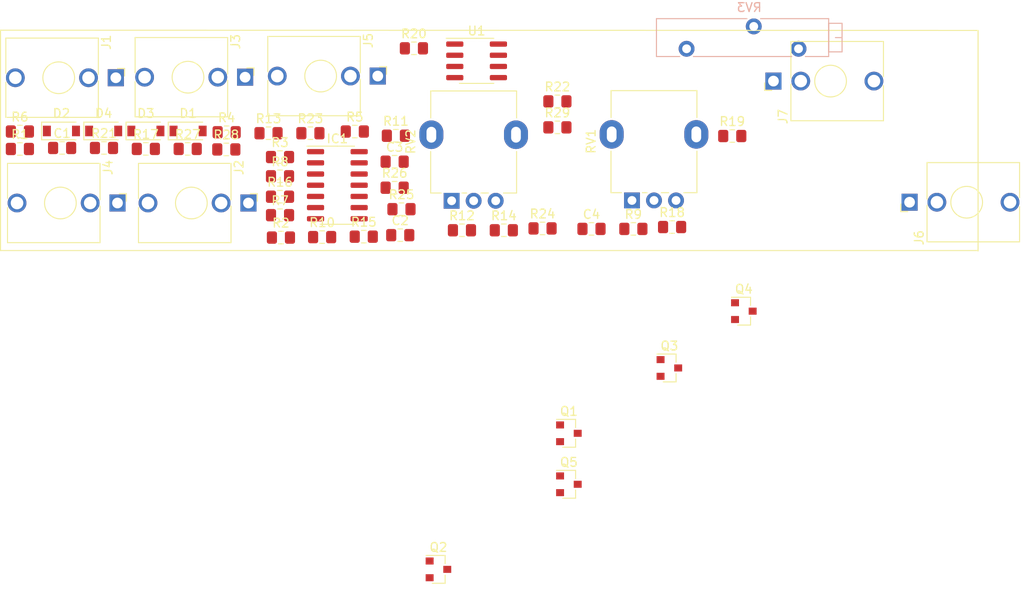
<source format=kicad_pcb>
(kicad_pcb (version 20171130) (host pcbnew 5.1.5)

  (general
    (thickness 1.6)
    (drawings 4)
    (tracks 0)
    (zones 0)
    (modules 54)
    (nets 41)
  )

  (page A4)
  (layers
    (0 F.Cu signal)
    (31 B.Cu signal)
    (32 B.Adhes user)
    (33 F.Adhes user)
    (34 B.Paste user)
    (35 F.Paste user)
    (36 B.SilkS user)
    (37 F.SilkS user)
    (38 B.Mask user)
    (39 F.Mask user)
    (40 Dwgs.User user)
    (41 Cmts.User user)
    (42 Eco1.User user)
    (43 Eco2.User user)
    (44 Edge.Cuts user)
    (45 Margin user)
    (46 B.CrtYd user)
    (47 F.CrtYd user)
    (48 B.Fab user)
    (49 F.Fab user)
  )

  (setup
    (last_trace_width 0.25)
    (trace_clearance 0.2)
    (zone_clearance 0.508)
    (zone_45_only no)
    (trace_min 0.2)
    (via_size 0.8)
    (via_drill 0.4)
    (via_min_size 0.4)
    (via_min_drill 0.3)
    (uvia_size 0.3)
    (uvia_drill 0.1)
    (uvias_allowed no)
    (uvia_min_size 0.2)
    (uvia_min_drill 0.1)
    (edge_width 0.05)
    (segment_width 0.2)
    (pcb_text_width 0.3)
    (pcb_text_size 1.5 1.5)
    (mod_edge_width 0.12)
    (mod_text_size 1 1)
    (mod_text_width 0.15)
    (pad_size 1.524 1.524)
    (pad_drill 0.762)
    (pad_to_mask_clearance 0.051)
    (solder_mask_min_width 0.25)
    (aux_axis_origin 0 0)
    (visible_elements FFFFF77F)
    (pcbplotparams
      (layerselection 0x010fc_ffffffff)
      (usegerberextensions false)
      (usegerberattributes false)
      (usegerberadvancedattributes false)
      (creategerberjobfile false)
      (excludeedgelayer true)
      (linewidth 0.100000)
      (plotframeref false)
      (viasonmask false)
      (mode 1)
      (useauxorigin false)
      (hpglpennumber 1)
      (hpglpenspeed 20)
      (hpglpendiameter 15.000000)
      (psnegative false)
      (psa4output false)
      (plotreference true)
      (plotvalue true)
      (plotinvisibletext false)
      (padsonsilk false)
      (subtractmaskfromsilk false)
      (outputformat 1)
      (mirror false)
      (drillshape 1)
      (scaleselection 1)
      (outputdirectory ""))
  )

  (net 0 "")
  (net 1 "Net-(C1-Pad1)")
  (net 2 "Net-(C1-Pad2)")
  (net 3 /EndofRise)
  (net 4 "Net-(C2-Pad1)")
  (net 5 "Net-(C3-Pad1)")
  (net 6 "Net-(C3-Pad2)")
  (net 7 "Net-(C4-Pad2)")
  (net 8 "Net-(C4-Pad1)")
  (net 9 "Net-(D1-Pad2)")
  (net 10 "Net-(D1-Pad1)")
  (net 11 /EOC)
  (net 12 "Net-(D3-Pad2)")
  (net 13 "Net-(D3-Pad1)")
  (net 14 "Net-(D4-Pad1)")
  (net 15 GND)
  (net 16 "Net-(IC1-Pad2)")
  (net 17 "Net-(IC1-Pad3)")
  (net 18 /Attack)
  (net 19 "Net-(IC1-Pad8)")
  (net 20 "Net-(IC1-Pad10)")
  (net 21 "Net-(IC1-Pad11)")
  (net 22 "Net-(IC1-Pad13)")
  (net 23 +12V)
  (net 24 "Net-(J2-PadT)")
  (net 25 "Net-(J3-PadT)")
  (net 26 "Net-(J4-PadT)")
  (net 27 "Net-(J5-PadT)")
  (net 28 "Net-(J6-PadTN)")
  (net 29 "Net-(J6-PadT)")
  (net 30 /Out)
  (net 31 /RISE_CTRL)
  (net 32 "Net-(Q1-Pad1)")
  (net 33 "Net-(Q2-Pad2)")
  (net 34 /FALL_CTRL)
  (net 35 "Net-(Q5-Pad2)")
  (net 36 "Net-(R4-Pad2)")
  (net 37 "Net-(R6-Pad2)")
  (net 38 "Net-(R12-Pad1)")
  (net 39 "Net-(R18-Pad1)")
  (net 40 -12V)

  (net_class Default "This is the default net class."
    (clearance 0.2)
    (trace_width 0.25)
    (via_dia 0.8)
    (via_drill 0.4)
    (uvia_dia 0.3)
    (uvia_drill 0.1)
    (add_net +12V)
    (add_net -12V)
    (add_net /Attack)
    (add_net /EOC)
    (add_net /EndofRise)
    (add_net /FALL_CTRL)
    (add_net /Out)
    (add_net /RISE_CTRL)
    (add_net GND)
    (add_net "Net-(C1-Pad1)")
    (add_net "Net-(C1-Pad2)")
    (add_net "Net-(C2-Pad1)")
    (add_net "Net-(C3-Pad1)")
    (add_net "Net-(C3-Pad2)")
    (add_net "Net-(C4-Pad1)")
    (add_net "Net-(C4-Pad2)")
    (add_net "Net-(D1-Pad1)")
    (add_net "Net-(D1-Pad2)")
    (add_net "Net-(D3-Pad1)")
    (add_net "Net-(D3-Pad2)")
    (add_net "Net-(D4-Pad1)")
    (add_net "Net-(IC1-Pad10)")
    (add_net "Net-(IC1-Pad11)")
    (add_net "Net-(IC1-Pad13)")
    (add_net "Net-(IC1-Pad2)")
    (add_net "Net-(IC1-Pad3)")
    (add_net "Net-(IC1-Pad8)")
    (add_net "Net-(J2-PadT)")
    (add_net "Net-(J3-PadT)")
    (add_net "Net-(J4-PadT)")
    (add_net "Net-(J5-PadT)")
    (add_net "Net-(J6-PadT)")
    (add_net "Net-(J6-PadTN)")
    (add_net "Net-(Q1-Pad1)")
    (add_net "Net-(Q2-Pad2)")
    (add_net "Net-(Q5-Pad2)")
    (add_net "Net-(R12-Pad1)")
    (add_net "Net-(R18-Pad1)")
    (add_net "Net-(R4-Pad2)")
    (add_net "Net-(R6-Pad2)")
  )

  (module Capacitor_SMD:C_0805_2012Metric_Pad1.15x1.40mm_HandSolder (layer F.Cu) (tedit 5B36C52B) (tstamp 5E80E166)
    (at 51.627401 45.245301)
    (descr "Capacitor SMD 0805 (2012 Metric), square (rectangular) end terminal, IPC_7351 nominal with elongated pad for handsoldering. (Body size source: https://docs.google.com/spreadsheets/d/1BsfQQcO9C6DZCsRaXUlFlo91Tg2WpOkGARC1WS5S8t0/edit?usp=sharing), generated with kicad-footprint-generator")
    (tags "capacitor handsolder")
    (path /5E2F19A9)
    (attr smd)
    (fp_text reference C1 (at 0 -1.65) (layer F.SilkS)
      (effects (font (size 1 1) (thickness 0.15)))
    )
    (fp_text value 1n (at 0 1.65) (layer F.Fab)
      (effects (font (size 1 1) (thickness 0.15)))
    )
    (fp_line (start -1 0.6) (end -1 -0.6) (layer F.Fab) (width 0.1))
    (fp_line (start -1 -0.6) (end 1 -0.6) (layer F.Fab) (width 0.1))
    (fp_line (start 1 -0.6) (end 1 0.6) (layer F.Fab) (width 0.1))
    (fp_line (start 1 0.6) (end -1 0.6) (layer F.Fab) (width 0.1))
    (fp_line (start -0.261252 -0.71) (end 0.261252 -0.71) (layer F.SilkS) (width 0.12))
    (fp_line (start -0.261252 0.71) (end 0.261252 0.71) (layer F.SilkS) (width 0.12))
    (fp_line (start -1.85 0.95) (end -1.85 -0.95) (layer F.CrtYd) (width 0.05))
    (fp_line (start -1.85 -0.95) (end 1.85 -0.95) (layer F.CrtYd) (width 0.05))
    (fp_line (start 1.85 -0.95) (end 1.85 0.95) (layer F.CrtYd) (width 0.05))
    (fp_line (start 1.85 0.95) (end -1.85 0.95) (layer F.CrtYd) (width 0.05))
    (fp_text user %R (at 0 0) (layer F.Fab)
      (effects (font (size 0.5 0.5) (thickness 0.08)))
    )
    (pad 1 smd roundrect (at -1.025 0) (size 1.15 1.4) (layers F.Cu F.Paste F.Mask) (roundrect_rratio 0.217391)
      (net 1 "Net-(C1-Pad1)"))
    (pad 2 smd roundrect (at 1.025 0) (size 1.15 1.4) (layers F.Cu F.Paste F.Mask) (roundrect_rratio 0.217391)
      (net 2 "Net-(C1-Pad2)"))
    (model ${KISYS3DMOD}/Capacitor_SMD.3dshapes/C_0805_2012Metric.wrl
      (at (xyz 0 0 0))
      (scale (xyz 1 1 1))
      (rotate (xyz 0 0 0))
    )
  )

  (module Capacitor_SMD:C_0805_2012Metric_Pad1.15x1.40mm_HandSolder (layer F.Cu) (tedit 5B36C52B) (tstamp 5E80E177)
    (at 89.990601 55.149701)
    (descr "Capacitor SMD 0805 (2012 Metric), square (rectangular) end terminal, IPC_7351 nominal with elongated pad for handsoldering. (Body size source: https://docs.google.com/spreadsheets/d/1BsfQQcO9C6DZCsRaXUlFlo91Tg2WpOkGARC1WS5S8t0/edit?usp=sharing), generated with kicad-footprint-generator")
    (tags "capacitor handsolder")
    (path /5E2D6ABA)
    (attr smd)
    (fp_text reference C2 (at 0 -1.65) (layer F.SilkS)
      (effects (font (size 1 1) (thickness 0.15)))
    )
    (fp_text value 47p (at 0 1.65) (layer F.Fab)
      (effects (font (size 1 1) (thickness 0.15)))
    )
    (fp_text user %R (at 0 0) (layer F.Fab)
      (effects (font (size 0.5 0.5) (thickness 0.08)))
    )
    (fp_line (start 1.85 0.95) (end -1.85 0.95) (layer F.CrtYd) (width 0.05))
    (fp_line (start 1.85 -0.95) (end 1.85 0.95) (layer F.CrtYd) (width 0.05))
    (fp_line (start -1.85 -0.95) (end 1.85 -0.95) (layer F.CrtYd) (width 0.05))
    (fp_line (start -1.85 0.95) (end -1.85 -0.95) (layer F.CrtYd) (width 0.05))
    (fp_line (start -0.261252 0.71) (end 0.261252 0.71) (layer F.SilkS) (width 0.12))
    (fp_line (start -0.261252 -0.71) (end 0.261252 -0.71) (layer F.SilkS) (width 0.12))
    (fp_line (start 1 0.6) (end -1 0.6) (layer F.Fab) (width 0.1))
    (fp_line (start 1 -0.6) (end 1 0.6) (layer F.Fab) (width 0.1))
    (fp_line (start -1 -0.6) (end 1 -0.6) (layer F.Fab) (width 0.1))
    (fp_line (start -1 0.6) (end -1 -0.6) (layer F.Fab) (width 0.1))
    (pad 2 smd roundrect (at 1.025 0) (size 1.15 1.4) (layers F.Cu F.Paste F.Mask) (roundrect_rratio 0.217391)
      (net 3 /EndofRise))
    (pad 1 smd roundrect (at -1.025 0) (size 1.15 1.4) (layers F.Cu F.Paste F.Mask) (roundrect_rratio 0.217391)
      (net 4 "Net-(C2-Pad1)"))
    (model ${KISYS3DMOD}/Capacitor_SMD.3dshapes/C_0805_2012Metric.wrl
      (at (xyz 0 0 0))
      (scale (xyz 1 1 1))
      (rotate (xyz 0 0 0))
    )
  )

  (module Capacitor_SMD:C_0805_2012Metric_Pad1.15x1.40mm_HandSolder (layer F.Cu) (tedit 5B36C52B) (tstamp 5E80E188)
    (at 89.355401 46.810101)
    (descr "Capacitor SMD 0805 (2012 Metric), square (rectangular) end terminal, IPC_7351 nominal with elongated pad for handsoldering. (Body size source: https://docs.google.com/spreadsheets/d/1BsfQQcO9C6DZCsRaXUlFlo91Tg2WpOkGARC1WS5S8t0/edit?usp=sharing), generated with kicad-footprint-generator")
    (tags "capacitor handsolder")
    (path /5E4FB5ED)
    (attr smd)
    (fp_text reference C3 (at 0 -1.65) (layer F.SilkS)
      (effects (font (size 1 1) (thickness 0.15)))
    )
    (fp_text value 47p (at 0 1.65) (layer F.Fab)
      (effects (font (size 1 1) (thickness 0.15)))
    )
    (fp_line (start -1 0.6) (end -1 -0.6) (layer F.Fab) (width 0.1))
    (fp_line (start -1 -0.6) (end 1 -0.6) (layer F.Fab) (width 0.1))
    (fp_line (start 1 -0.6) (end 1 0.6) (layer F.Fab) (width 0.1))
    (fp_line (start 1 0.6) (end -1 0.6) (layer F.Fab) (width 0.1))
    (fp_line (start -0.261252 -0.71) (end 0.261252 -0.71) (layer F.SilkS) (width 0.12))
    (fp_line (start -0.261252 0.71) (end 0.261252 0.71) (layer F.SilkS) (width 0.12))
    (fp_line (start -1.85 0.95) (end -1.85 -0.95) (layer F.CrtYd) (width 0.05))
    (fp_line (start -1.85 -0.95) (end 1.85 -0.95) (layer F.CrtYd) (width 0.05))
    (fp_line (start 1.85 -0.95) (end 1.85 0.95) (layer F.CrtYd) (width 0.05))
    (fp_line (start 1.85 0.95) (end -1.85 0.95) (layer F.CrtYd) (width 0.05))
    (fp_text user %R (at 0 0) (layer F.Fab)
      (effects (font (size 0.5 0.5) (thickness 0.08)))
    )
    (pad 1 smd roundrect (at -1.025 0) (size 1.15 1.4) (layers F.Cu F.Paste F.Mask) (roundrect_rratio 0.217391)
      (net 5 "Net-(C3-Pad1)"))
    (pad 2 smd roundrect (at 1.025 0) (size 1.15 1.4) (layers F.Cu F.Paste F.Mask) (roundrect_rratio 0.217391)
      (net 6 "Net-(C3-Pad2)"))
    (model ${KISYS3DMOD}/Capacitor_SMD.3dshapes/C_0805_2012Metric.wrl
      (at (xyz 0 0 0))
      (scale (xyz 1 1 1))
      (rotate (xyz 0 0 0))
    )
  )

  (module Capacitor_SMD:C_0805_2012Metric_Pad1.15x1.40mm_HandSolder (layer F.Cu) (tedit 5B36C52B) (tstamp 5E80E199)
    (at 111.689801 54.437701)
    (descr "Capacitor SMD 0805 (2012 Metric), square (rectangular) end terminal, IPC_7351 nominal with elongated pad for handsoldering. (Body size source: https://docs.google.com/spreadsheets/d/1BsfQQcO9C6DZCsRaXUlFlo91Tg2WpOkGARC1WS5S8t0/edit?usp=sharing), generated with kicad-footprint-generator")
    (tags "capacitor handsolder")
    (path /5E5B9195)
    (attr smd)
    (fp_text reference C4 (at 0 -1.65) (layer F.SilkS)
      (effects (font (size 1 1) (thickness 0.15)))
    )
    (fp_text value 22n (at 0 1.65) (layer F.Fab)
      (effects (font (size 1 1) (thickness 0.15)))
    )
    (fp_text user %R (at 0 0) (layer F.Fab)
      (effects (font (size 0.5 0.5) (thickness 0.08)))
    )
    (fp_line (start 1.85 0.95) (end -1.85 0.95) (layer F.CrtYd) (width 0.05))
    (fp_line (start 1.85 -0.95) (end 1.85 0.95) (layer F.CrtYd) (width 0.05))
    (fp_line (start -1.85 -0.95) (end 1.85 -0.95) (layer F.CrtYd) (width 0.05))
    (fp_line (start -1.85 0.95) (end -1.85 -0.95) (layer F.CrtYd) (width 0.05))
    (fp_line (start -0.261252 0.71) (end 0.261252 0.71) (layer F.SilkS) (width 0.12))
    (fp_line (start -0.261252 -0.71) (end 0.261252 -0.71) (layer F.SilkS) (width 0.12))
    (fp_line (start 1 0.6) (end -1 0.6) (layer F.Fab) (width 0.1))
    (fp_line (start 1 -0.6) (end 1 0.6) (layer F.Fab) (width 0.1))
    (fp_line (start -1 -0.6) (end 1 -0.6) (layer F.Fab) (width 0.1))
    (fp_line (start -1 0.6) (end -1 -0.6) (layer F.Fab) (width 0.1))
    (pad 2 smd roundrect (at 1.025 0) (size 1.15 1.4) (layers F.Cu F.Paste F.Mask) (roundrect_rratio 0.217391)
      (net 7 "Net-(C4-Pad2)"))
    (pad 1 smd roundrect (at -1.025 0) (size 1.15 1.4) (layers F.Cu F.Paste F.Mask) (roundrect_rratio 0.217391)
      (net 8 "Net-(C4-Pad1)"))
    (model ${KISYS3DMOD}/Capacitor_SMD.3dshapes/C_0805_2012Metric.wrl
      (at (xyz 0 0 0))
      (scale (xyz 1 1 1))
      (rotate (xyz 0 0 0))
    )
  )

  (module Package_SO:SOIC-14_3.9x8.7mm_P1.27mm (layer F.Cu) (tedit 5D9F72B1) (tstamp 5E80E205)
    (at 82.8548 49.4792)
    (descr "SOIC, 14 Pin (JEDEC MS-012AB, https://www.analog.com/media/en/package-pcb-resources/package/pkg_pdf/soic_narrow-r/r_14.pdf), generated with kicad-footprint-generator ipc_gullwing_generator.py")
    (tags "SOIC SO")
    (path /5E2C7BC3)
    (attr smd)
    (fp_text reference IC1 (at 0 -5.28) (layer F.SilkS)
      (effects (font (size 1 1) (thickness 0.15)))
    )
    (fp_text value LM3900 (at 0 5.28) (layer F.Fab)
      (effects (font (size 1 1) (thickness 0.15)))
    )
    (fp_line (start 0 4.435) (end 1.95 4.435) (layer F.SilkS) (width 0.12))
    (fp_line (start 0 4.435) (end -1.95 4.435) (layer F.SilkS) (width 0.12))
    (fp_line (start 0 -4.435) (end 1.95 -4.435) (layer F.SilkS) (width 0.12))
    (fp_line (start 0 -4.435) (end -3.45 -4.435) (layer F.SilkS) (width 0.12))
    (fp_line (start -0.975 -4.325) (end 1.95 -4.325) (layer F.Fab) (width 0.1))
    (fp_line (start 1.95 -4.325) (end 1.95 4.325) (layer F.Fab) (width 0.1))
    (fp_line (start 1.95 4.325) (end -1.95 4.325) (layer F.Fab) (width 0.1))
    (fp_line (start -1.95 4.325) (end -1.95 -3.35) (layer F.Fab) (width 0.1))
    (fp_line (start -1.95 -3.35) (end -0.975 -4.325) (layer F.Fab) (width 0.1))
    (fp_line (start -3.7 -4.58) (end -3.7 4.58) (layer F.CrtYd) (width 0.05))
    (fp_line (start -3.7 4.58) (end 3.7 4.58) (layer F.CrtYd) (width 0.05))
    (fp_line (start 3.7 4.58) (end 3.7 -4.58) (layer F.CrtYd) (width 0.05))
    (fp_line (start 3.7 -4.58) (end -3.7 -4.58) (layer F.CrtYd) (width 0.05))
    (fp_text user %R (at 0 0) (layer F.Fab)
      (effects (font (size 0.98 0.98) (thickness 0.15)))
    )
    (pad 1 smd roundrect (at -2.475 -3.81) (size 1.95 0.6) (layers F.Cu F.Paste F.Mask) (roundrect_rratio 0.25)
      (net 10 "Net-(D1-Pad1)"))
    (pad 2 smd roundrect (at -2.475 -2.54) (size 1.95 0.6) (layers F.Cu F.Paste F.Mask) (roundrect_rratio 0.25)
      (net 16 "Net-(IC1-Pad2)"))
    (pad 3 smd roundrect (at -2.475 -1.27) (size 1.95 0.6) (layers F.Cu F.Paste F.Mask) (roundrect_rratio 0.25)
      (net 17 "Net-(IC1-Pad3)"))
    (pad 4 smd roundrect (at -2.475 0) (size 1.95 0.6) (layers F.Cu F.Paste F.Mask) (roundrect_rratio 0.25)
      (net 3 /EndofRise))
    (pad 5 smd roundrect (at -2.475 1.27) (size 1.95 0.6) (layers F.Cu F.Paste F.Mask) (roundrect_rratio 0.25)
      (net 18 /Attack))
    (pad 6 smd roundrect (at -2.475 2.54) (size 1.95 0.6) (layers F.Cu F.Paste F.Mask) (roundrect_rratio 0.25)
      (net 4 "Net-(C2-Pad1)"))
    (pad 7 smd roundrect (at -2.475 3.81) (size 1.95 0.6) (layers F.Cu F.Paste F.Mask) (roundrect_rratio 0.25)
      (net 15 GND))
    (pad 8 smd roundrect (at 2.475 3.81) (size 1.95 0.6) (layers F.Cu F.Paste F.Mask) (roundrect_rratio 0.25)
      (net 19 "Net-(IC1-Pad8)"))
    (pad 9 smd roundrect (at 2.475 2.54) (size 1.95 0.6) (layers F.Cu F.Paste F.Mask) (roundrect_rratio 0.25)
      (net 11 /EOC))
    (pad 10 smd roundrect (at 2.475 1.27) (size 1.95 0.6) (layers F.Cu F.Paste F.Mask) (roundrect_rratio 0.25)
      (net 20 "Net-(IC1-Pad10)"))
    (pad 11 smd roundrect (at 2.475 0) (size 1.95 0.6) (layers F.Cu F.Paste F.Mask) (roundrect_rratio 0.25)
      (net 21 "Net-(IC1-Pad11)"))
    (pad 12 smd roundrect (at 2.475 -1.27) (size 1.95 0.6) (layers F.Cu F.Paste F.Mask) (roundrect_rratio 0.25)
      (net 15 GND))
    (pad 13 smd roundrect (at 2.475 -2.54) (size 1.95 0.6) (layers F.Cu F.Paste F.Mask) (roundrect_rratio 0.25)
      (net 22 "Net-(IC1-Pad13)"))
    (pad 14 smd roundrect (at 2.475 -3.81) (size 1.95 0.6) (layers F.Cu F.Paste F.Mask) (roundrect_rratio 0.25)
      (net 23 +12V))
    (model ${KISYS3DMOD}/Package_SO.3dshapes/SOIC-14_3.9x8.7mm_P1.27mm.wrl
      (at (xyz 0 0 0))
      (scale (xyz 1 1 1))
      (rotate (xyz 0 0 0))
    )
  )

  (module kicad_libraries:Jack_3.5mm_QingPu_WQP-PJ398SM_Vertical_CircularHoles (layer F.Cu) (tedit 5C2B6BB2) (tstamp 5E80E227)
    (at 57.7215 37.2745 270)
    (descr "TRS 3.5mm, vertical, Thonkiconn, PCB mount, (http://www.qingpu-electronics.com/en/products/WQP-PJ398SM-362.html)")
    (tags "WQP-PJ398SM WQP-PJ301M-12 TRS 3.5mm mono vertical jack thonkiconn qingpu")
    (path /5E2FF2C1)
    (fp_text reference J1 (at -4.03 1.08 270) (layer F.SilkS)
      (effects (font (size 1 1) (thickness 0.15)))
    )
    (fp_text value Trigger (at 0 5 270) (layer F.Fab)
      (effects (font (size 1 1) (thickness 0.15)))
    )
    (fp_line (start 0 0) (end 0 2.03) (layer F.Fab) (width 0.1))
    (fp_circle (center 0 6.48) (end 1.8 6.48) (layer F.Fab) (width 0.1))
    (fp_line (start 4.5 2.03) (end -4.5 2.03) (layer F.Fab) (width 0.1))
    (fp_line (start 5 -1.42) (end -5 -1.42) (layer F.CrtYd) (width 0.05))
    (fp_line (start 5 12.98) (end -5 12.98) (layer F.CrtYd) (width 0.05))
    (fp_line (start 5 12.98) (end 5 -1.42) (layer F.CrtYd) (width 0.05))
    (fp_line (start 4.5 12.48) (end -4.5 12.48) (layer F.Fab) (width 0.1))
    (fp_line (start 4.5 12.48) (end 4.5 2.08) (layer F.Fab) (width 0.1))
    (fp_line (start -1.06 -1) (end -0.2 -1) (layer F.SilkS) (width 0.12))
    (fp_line (start -1.06 -1) (end -1.06 -0.2) (layer F.SilkS) (width 0.12))
    (fp_circle (center 0 6.48) (end 1.8 6.48) (layer F.SilkS) (width 0.12))
    (fp_line (start -0.35 1.98) (end -4.5 1.98) (layer F.SilkS) (width 0.12))
    (fp_line (start 4.5 1.98) (end 0.35 1.98) (layer F.SilkS) (width 0.12))
    (fp_line (start -0.5 12.48) (end -4.5 12.48) (layer F.SilkS) (width 0.12))
    (fp_line (start 4.5 12.48) (end 0.5 12.48) (layer F.SilkS) (width 0.12))
    (fp_line (start -1.41 6.02) (end -0.46 5.07) (layer Dwgs.User) (width 0.12))
    (fp_line (start -1.42 6.875) (end 0.4 5.06) (layer Dwgs.User) (width 0.12))
    (fp_line (start -1.07 7.49) (end 1.01 5.41) (layer Dwgs.User) (width 0.12))
    (fp_line (start -0.58 7.83) (end 1.36 5.89) (layer Dwgs.User) (width 0.12))
    (fp_line (start 0.09 7.96) (end 1.48 6.57) (layer Dwgs.User) (width 0.12))
    (fp_circle (center 0 6.48) (end 1.5 6.48) (layer Dwgs.User) (width 0.12))
    (fp_line (start 4.5 1.98) (end 4.5 12.48) (layer F.SilkS) (width 0.12))
    (fp_line (start -4.5 1.98) (end -4.5 12.48) (layer F.SilkS) (width 0.12))
    (fp_text user %R (at 0 8 270) (layer F.Fab)
      (effects (font (size 1 1) (thickness 0.15)))
    )
    (fp_line (start -4.5 12.48) (end -4.5 2.08) (layer F.Fab) (width 0.1))
    (fp_line (start -5 12.98) (end -5 -1.42) (layer F.CrtYd) (width 0.05))
    (fp_text user KEEPOUT (at 0 6.48 90) (layer Cmts.User)
      (effects (font (size 0.4 0.4) (thickness 0.051)))
    )
    (pad T thru_hole circle (at 0 11.4 90) (size 2.13 2.13) (drill 1.43) (layers *.Cu *.Mask)
      (net 1 "Net-(C1-Pad1)"))
    (pad S thru_hole rect (at 0 0 90) (size 1.93 1.83) (drill 1.22) (layers *.Cu *.Mask)
      (net 15 GND))
    (pad TN thru_hole circle (at 0 3.1 90) (size 2.13 2.13) (drill 1.42) (layers *.Cu *.Mask)
      (net 15 GND))
    (model ${KISYS3DMOD}/Connector_Audio.3dshapes/Jack_3.5mm_QingPu_WQP-PJ398SM_Vertical.wrl
      (at (xyz 0 0 0))
      (scale (xyz 1 1 1))
      (rotate (xyz 0 0 0))
    )
  )

  (module kicad_libraries:Jack_3.5mm_QingPu_WQP-PJ398SM_Vertical_CircularHoles (layer F.Cu) (tedit 5C2B6BB2) (tstamp 5E80E249)
    (at 72.771 51.4985 270)
    (descr "TRS 3.5mm, vertical, Thonkiconn, PCB mount, (http://www.qingpu-electronics.com/en/products/WQP-PJ398SM-362.html)")
    (tags "WQP-PJ398SM WQP-PJ301M-12 TRS 3.5mm mono vertical jack thonkiconn qingpu")
    (path /5E6E1D96)
    (fp_text reference J2 (at -4.03 1.08 270) (layer F.SilkS)
      (effects (font (size 1 1) (thickness 0.15)))
    )
    (fp_text value "Fall CV" (at 0 5 270) (layer F.Fab)
      (effects (font (size 1 1) (thickness 0.15)))
    )
    (fp_line (start 0 0) (end 0 2.03) (layer F.Fab) (width 0.1))
    (fp_circle (center 0 6.48) (end 1.8 6.48) (layer F.Fab) (width 0.1))
    (fp_line (start 4.5 2.03) (end -4.5 2.03) (layer F.Fab) (width 0.1))
    (fp_line (start 5 -1.42) (end -5 -1.42) (layer F.CrtYd) (width 0.05))
    (fp_line (start 5 12.98) (end -5 12.98) (layer F.CrtYd) (width 0.05))
    (fp_line (start 5 12.98) (end 5 -1.42) (layer F.CrtYd) (width 0.05))
    (fp_line (start 4.5 12.48) (end -4.5 12.48) (layer F.Fab) (width 0.1))
    (fp_line (start 4.5 12.48) (end 4.5 2.08) (layer F.Fab) (width 0.1))
    (fp_line (start -1.06 -1) (end -0.2 -1) (layer F.SilkS) (width 0.12))
    (fp_line (start -1.06 -1) (end -1.06 -0.2) (layer F.SilkS) (width 0.12))
    (fp_circle (center 0 6.48) (end 1.8 6.48) (layer F.SilkS) (width 0.12))
    (fp_line (start -0.35 1.98) (end -4.5 1.98) (layer F.SilkS) (width 0.12))
    (fp_line (start 4.5 1.98) (end 0.35 1.98) (layer F.SilkS) (width 0.12))
    (fp_line (start -0.5 12.48) (end -4.5 12.48) (layer F.SilkS) (width 0.12))
    (fp_line (start 4.5 12.48) (end 0.5 12.48) (layer F.SilkS) (width 0.12))
    (fp_line (start -1.41 6.02) (end -0.46 5.07) (layer Dwgs.User) (width 0.12))
    (fp_line (start -1.42 6.875) (end 0.4 5.06) (layer Dwgs.User) (width 0.12))
    (fp_line (start -1.07 7.49) (end 1.01 5.41) (layer Dwgs.User) (width 0.12))
    (fp_line (start -0.58 7.83) (end 1.36 5.89) (layer Dwgs.User) (width 0.12))
    (fp_line (start 0.09 7.96) (end 1.48 6.57) (layer Dwgs.User) (width 0.12))
    (fp_circle (center 0 6.48) (end 1.5 6.48) (layer Dwgs.User) (width 0.12))
    (fp_line (start 4.5 1.98) (end 4.5 12.48) (layer F.SilkS) (width 0.12))
    (fp_line (start -4.5 1.98) (end -4.5 12.48) (layer F.SilkS) (width 0.12))
    (fp_text user %R (at 0 8 270) (layer F.Fab)
      (effects (font (size 1 1) (thickness 0.15)))
    )
    (fp_line (start -4.5 12.48) (end -4.5 2.08) (layer F.Fab) (width 0.1))
    (fp_line (start -5 12.98) (end -5 -1.42) (layer F.CrtYd) (width 0.05))
    (fp_text user KEEPOUT (at 0 6.48 90) (layer Cmts.User)
      (effects (font (size 0.4 0.4) (thickness 0.051)))
    )
    (pad T thru_hole circle (at 0 11.4 90) (size 2.13 2.13) (drill 1.43) (layers *.Cu *.Mask)
      (net 24 "Net-(J2-PadT)"))
    (pad S thru_hole rect (at 0 0 90) (size 1.93 1.83) (drill 1.22) (layers *.Cu *.Mask)
      (net 15 GND))
    (pad TN thru_hole circle (at 0 3.1 90) (size 2.13 2.13) (drill 1.42) (layers *.Cu *.Mask)
      (net 15 GND))
    (model ${KISYS3DMOD}/Connector_Audio.3dshapes/Jack_3.5mm_QingPu_WQP-PJ398SM_Vertical.wrl
      (at (xyz 0 0 0))
      (scale (xyz 1 1 1))
      (rotate (xyz 0 0 0))
    )
  )

  (module kicad_libraries:Jack_3.5mm_QingPu_WQP-PJ398SM_Vertical_CircularHoles (layer F.Cu) (tedit 5C2B6BB2) (tstamp 5E80E26B)
    (at 72.39 37.211 270)
    (descr "TRS 3.5mm, vertical, Thonkiconn, PCB mount, (http://www.qingpu-electronics.com/en/products/WQP-PJ398SM-362.html)")
    (tags "WQP-PJ398SM WQP-PJ301M-12 TRS 3.5mm mono vertical jack thonkiconn qingpu")
    (path /5E59209E)
    (fp_text reference J3 (at -4.03 1.08 270) (layer F.SilkS)
      (effects (font (size 1 1) (thickness 0.15)))
    )
    (fp_text value "Rise CV" (at 0 5 270) (layer F.Fab)
      (effects (font (size 1 1) (thickness 0.15)))
    )
    (fp_line (start 0 0) (end 0 2.03) (layer F.Fab) (width 0.1))
    (fp_circle (center 0 6.48) (end 1.8 6.48) (layer F.Fab) (width 0.1))
    (fp_line (start 4.5 2.03) (end -4.5 2.03) (layer F.Fab) (width 0.1))
    (fp_line (start 5 -1.42) (end -5 -1.42) (layer F.CrtYd) (width 0.05))
    (fp_line (start 5 12.98) (end -5 12.98) (layer F.CrtYd) (width 0.05))
    (fp_line (start 5 12.98) (end 5 -1.42) (layer F.CrtYd) (width 0.05))
    (fp_line (start 4.5 12.48) (end -4.5 12.48) (layer F.Fab) (width 0.1))
    (fp_line (start 4.5 12.48) (end 4.5 2.08) (layer F.Fab) (width 0.1))
    (fp_line (start -1.06 -1) (end -0.2 -1) (layer F.SilkS) (width 0.12))
    (fp_line (start -1.06 -1) (end -1.06 -0.2) (layer F.SilkS) (width 0.12))
    (fp_circle (center 0 6.48) (end 1.8 6.48) (layer F.SilkS) (width 0.12))
    (fp_line (start -0.35 1.98) (end -4.5 1.98) (layer F.SilkS) (width 0.12))
    (fp_line (start 4.5 1.98) (end 0.35 1.98) (layer F.SilkS) (width 0.12))
    (fp_line (start -0.5 12.48) (end -4.5 12.48) (layer F.SilkS) (width 0.12))
    (fp_line (start 4.5 12.48) (end 0.5 12.48) (layer F.SilkS) (width 0.12))
    (fp_line (start -1.41 6.02) (end -0.46 5.07) (layer Dwgs.User) (width 0.12))
    (fp_line (start -1.42 6.875) (end 0.4 5.06) (layer Dwgs.User) (width 0.12))
    (fp_line (start -1.07 7.49) (end 1.01 5.41) (layer Dwgs.User) (width 0.12))
    (fp_line (start -0.58 7.83) (end 1.36 5.89) (layer Dwgs.User) (width 0.12))
    (fp_line (start 0.09 7.96) (end 1.48 6.57) (layer Dwgs.User) (width 0.12))
    (fp_circle (center 0 6.48) (end 1.5 6.48) (layer Dwgs.User) (width 0.12))
    (fp_line (start 4.5 1.98) (end 4.5 12.48) (layer F.SilkS) (width 0.12))
    (fp_line (start -4.5 1.98) (end -4.5 12.48) (layer F.SilkS) (width 0.12))
    (fp_text user %R (at 0 8 270) (layer F.Fab)
      (effects (font (size 1 1) (thickness 0.15)))
    )
    (fp_line (start -4.5 12.48) (end -4.5 2.08) (layer F.Fab) (width 0.1))
    (fp_line (start -5 12.98) (end -5 -1.42) (layer F.CrtYd) (width 0.05))
    (fp_text user KEEPOUT (at 0 6.48 90) (layer Cmts.User)
      (effects (font (size 0.4 0.4) (thickness 0.051)))
    )
    (pad T thru_hole circle (at 0 11.4 90) (size 2.13 2.13) (drill 1.43) (layers *.Cu *.Mask)
      (net 25 "Net-(J3-PadT)"))
    (pad S thru_hole rect (at 0 0 90) (size 1.93 1.83) (drill 1.22) (layers *.Cu *.Mask)
      (net 15 GND))
    (pad TN thru_hole circle (at 0 3.1 90) (size 2.13 2.13) (drill 1.42) (layers *.Cu *.Mask)
      (net 15 GND))
    (model ${KISYS3DMOD}/Connector_Audio.3dshapes/Jack_3.5mm_QingPu_WQP-PJ398SM_Vertical.wrl
      (at (xyz 0 0 0))
      (scale (xyz 1 1 1))
      (rotate (xyz 0 0 0))
    )
  )

  (module kicad_libraries:Jack_3.5mm_QingPu_WQP-PJ398SM_Vertical_CircularHoles (layer F.Cu) (tedit 5C2B6BB2) (tstamp 5E80E28D)
    (at 57.912 51.4985 270)
    (descr "TRS 3.5mm, vertical, Thonkiconn, PCB mount, (http://www.qingpu-electronics.com/en/products/WQP-PJ398SM-362.html)")
    (tags "WQP-PJ398SM WQP-PJ301M-12 TRS 3.5mm mono vertical jack thonkiconn qingpu")
    (path /5E51C728)
    (fp_text reference J4 (at -4.03 1.08 270) (layer F.SilkS)
      (effects (font (size 1 1) (thickness 0.15)))
    )
    (fp_text value Input (at 0 5 270) (layer F.Fab)
      (effects (font (size 1 1) (thickness 0.15)))
    )
    (fp_text user KEEPOUT (at 0 6.48 90) (layer Cmts.User)
      (effects (font (size 0.4 0.4) (thickness 0.051)))
    )
    (fp_line (start -5 12.98) (end -5 -1.42) (layer F.CrtYd) (width 0.05))
    (fp_line (start -4.5 12.48) (end -4.5 2.08) (layer F.Fab) (width 0.1))
    (fp_text user %R (at 0 8 270) (layer F.Fab)
      (effects (font (size 1 1) (thickness 0.15)))
    )
    (fp_line (start -4.5 1.98) (end -4.5 12.48) (layer F.SilkS) (width 0.12))
    (fp_line (start 4.5 1.98) (end 4.5 12.48) (layer F.SilkS) (width 0.12))
    (fp_circle (center 0 6.48) (end 1.5 6.48) (layer Dwgs.User) (width 0.12))
    (fp_line (start 0.09 7.96) (end 1.48 6.57) (layer Dwgs.User) (width 0.12))
    (fp_line (start -0.58 7.83) (end 1.36 5.89) (layer Dwgs.User) (width 0.12))
    (fp_line (start -1.07 7.49) (end 1.01 5.41) (layer Dwgs.User) (width 0.12))
    (fp_line (start -1.42 6.875) (end 0.4 5.06) (layer Dwgs.User) (width 0.12))
    (fp_line (start -1.41 6.02) (end -0.46 5.07) (layer Dwgs.User) (width 0.12))
    (fp_line (start 4.5 12.48) (end 0.5 12.48) (layer F.SilkS) (width 0.12))
    (fp_line (start -0.5 12.48) (end -4.5 12.48) (layer F.SilkS) (width 0.12))
    (fp_line (start 4.5 1.98) (end 0.35 1.98) (layer F.SilkS) (width 0.12))
    (fp_line (start -0.35 1.98) (end -4.5 1.98) (layer F.SilkS) (width 0.12))
    (fp_circle (center 0 6.48) (end 1.8 6.48) (layer F.SilkS) (width 0.12))
    (fp_line (start -1.06 -1) (end -1.06 -0.2) (layer F.SilkS) (width 0.12))
    (fp_line (start -1.06 -1) (end -0.2 -1) (layer F.SilkS) (width 0.12))
    (fp_line (start 4.5 12.48) (end 4.5 2.08) (layer F.Fab) (width 0.1))
    (fp_line (start 4.5 12.48) (end -4.5 12.48) (layer F.Fab) (width 0.1))
    (fp_line (start 5 12.98) (end 5 -1.42) (layer F.CrtYd) (width 0.05))
    (fp_line (start 5 12.98) (end -5 12.98) (layer F.CrtYd) (width 0.05))
    (fp_line (start 5 -1.42) (end -5 -1.42) (layer F.CrtYd) (width 0.05))
    (fp_line (start 4.5 2.03) (end -4.5 2.03) (layer F.Fab) (width 0.1))
    (fp_circle (center 0 6.48) (end 1.8 6.48) (layer F.Fab) (width 0.1))
    (fp_line (start 0 0) (end 0 2.03) (layer F.Fab) (width 0.1))
    (pad TN thru_hole circle (at 0 3.1 90) (size 2.13 2.13) (drill 1.42) (layers *.Cu *.Mask)
      (net 15 GND))
    (pad S thru_hole rect (at 0 0 90) (size 1.93 1.83) (drill 1.22) (layers *.Cu *.Mask)
      (net 15 GND))
    (pad T thru_hole circle (at 0 11.4 90) (size 2.13 2.13) (drill 1.43) (layers *.Cu *.Mask)
      (net 26 "Net-(J4-PadT)"))
    (model ${KISYS3DMOD}/Connector_Audio.3dshapes/Jack_3.5mm_QingPu_WQP-PJ398SM_Vertical.wrl
      (at (xyz 0 0 0))
      (scale (xyz 1 1 1))
      (rotate (xyz 0 0 0))
    )
  )

  (module kicad_libraries:Jack_3.5mm_QingPu_WQP-PJ398SM_Vertical_CircularHoles (layer F.Cu) (tedit 5C2B6BB2) (tstamp 5E80E2AF)
    (at 87.4395 37.084 270)
    (descr "TRS 3.5mm, vertical, Thonkiconn, PCB mount, (http://www.qingpu-electronics.com/en/products/WQP-PJ398SM-362.html)")
    (tags "WQP-PJ398SM WQP-PJ301M-12 TRS 3.5mm mono vertical jack thonkiconn qingpu")
    (path /5E781289)
    (fp_text reference J5 (at -4.03 1.08 270) (layer F.SilkS)
      (effects (font (size 1 1) (thickness 0.15)))
    )
    (fp_text value 1v/Oct (at 0 5 270) (layer F.Fab)
      (effects (font (size 1 1) (thickness 0.15)))
    )
    (fp_text user KEEPOUT (at 0 6.48 90) (layer Cmts.User)
      (effects (font (size 0.4 0.4) (thickness 0.051)))
    )
    (fp_line (start -5 12.98) (end -5 -1.42) (layer F.CrtYd) (width 0.05))
    (fp_line (start -4.5 12.48) (end -4.5 2.08) (layer F.Fab) (width 0.1))
    (fp_text user %R (at 0 8 270) (layer F.Fab)
      (effects (font (size 1 1) (thickness 0.15)))
    )
    (fp_line (start -4.5 1.98) (end -4.5 12.48) (layer F.SilkS) (width 0.12))
    (fp_line (start 4.5 1.98) (end 4.5 12.48) (layer F.SilkS) (width 0.12))
    (fp_circle (center 0 6.48) (end 1.5 6.48) (layer Dwgs.User) (width 0.12))
    (fp_line (start 0.09 7.96) (end 1.48 6.57) (layer Dwgs.User) (width 0.12))
    (fp_line (start -0.58 7.83) (end 1.36 5.89) (layer Dwgs.User) (width 0.12))
    (fp_line (start -1.07 7.49) (end 1.01 5.41) (layer Dwgs.User) (width 0.12))
    (fp_line (start -1.42 6.875) (end 0.4 5.06) (layer Dwgs.User) (width 0.12))
    (fp_line (start -1.41 6.02) (end -0.46 5.07) (layer Dwgs.User) (width 0.12))
    (fp_line (start 4.5 12.48) (end 0.5 12.48) (layer F.SilkS) (width 0.12))
    (fp_line (start -0.5 12.48) (end -4.5 12.48) (layer F.SilkS) (width 0.12))
    (fp_line (start 4.5 1.98) (end 0.35 1.98) (layer F.SilkS) (width 0.12))
    (fp_line (start -0.35 1.98) (end -4.5 1.98) (layer F.SilkS) (width 0.12))
    (fp_circle (center 0 6.48) (end 1.8 6.48) (layer F.SilkS) (width 0.12))
    (fp_line (start -1.06 -1) (end -1.06 -0.2) (layer F.SilkS) (width 0.12))
    (fp_line (start -1.06 -1) (end -0.2 -1) (layer F.SilkS) (width 0.12))
    (fp_line (start 4.5 12.48) (end 4.5 2.08) (layer F.Fab) (width 0.1))
    (fp_line (start 4.5 12.48) (end -4.5 12.48) (layer F.Fab) (width 0.1))
    (fp_line (start 5 12.98) (end 5 -1.42) (layer F.CrtYd) (width 0.05))
    (fp_line (start 5 12.98) (end -5 12.98) (layer F.CrtYd) (width 0.05))
    (fp_line (start 5 -1.42) (end -5 -1.42) (layer F.CrtYd) (width 0.05))
    (fp_line (start 4.5 2.03) (end -4.5 2.03) (layer F.Fab) (width 0.1))
    (fp_circle (center 0 6.48) (end 1.8 6.48) (layer F.Fab) (width 0.1))
    (fp_line (start 0 0) (end 0 2.03) (layer F.Fab) (width 0.1))
    (pad TN thru_hole circle (at 0 3.1 90) (size 2.13 2.13) (drill 1.42) (layers *.Cu *.Mask)
      (net 15 GND))
    (pad S thru_hole rect (at 0 0 90) (size 1.93 1.83) (drill 1.22) (layers *.Cu *.Mask)
      (net 15 GND))
    (pad T thru_hole circle (at 0 11.4 90) (size 2.13 2.13) (drill 1.43) (layers *.Cu *.Mask)
      (net 27 "Net-(J5-PadT)"))
    (model ${KISYS3DMOD}/Connector_Audio.3dshapes/Jack_3.5mm_QingPu_WQP-PJ398SM_Vertical.wrl
      (at (xyz 0 0 0))
      (scale (xyz 1 1 1))
      (rotate (xyz 0 0 0))
    )
  )

  (module kicad_libraries:Jack_3.5mm_QingPu_WQP-PJ398SM_Vertical_CircularHoles (layer F.Cu) (tedit 5C2B6BB2) (tstamp 5E80E2D1)
    (at 147.7772 51.4096 90)
    (descr "TRS 3.5mm, vertical, Thonkiconn, PCB mount, (http://www.qingpu-electronics.com/en/products/WQP-PJ398SM-362.html)")
    (tags "WQP-PJ398SM WQP-PJ301M-12 TRS 3.5mm mono vertical jack thonkiconn qingpu")
    (path /5E35D0B7)
    (fp_text reference J6 (at -4.03 1.08 270) (layer F.SilkS)
      (effects (font (size 1 1) (thickness 0.15)))
    )
    (fp_text value "End out" (at 0 5 270) (layer F.Fab)
      (effects (font (size 1 1) (thickness 0.15)))
    )
    (fp_text user KEEPOUT (at 0 6.48 90) (layer Cmts.User)
      (effects (font (size 0.4 0.4) (thickness 0.051)))
    )
    (fp_line (start -5 12.98) (end -5 -1.42) (layer F.CrtYd) (width 0.05))
    (fp_line (start -4.5 12.48) (end -4.5 2.08) (layer F.Fab) (width 0.1))
    (fp_text user %R (at 0 8 270) (layer F.Fab)
      (effects (font (size 1 1) (thickness 0.15)))
    )
    (fp_line (start -4.5 1.98) (end -4.5 12.48) (layer F.SilkS) (width 0.12))
    (fp_line (start 4.5 1.98) (end 4.5 12.48) (layer F.SilkS) (width 0.12))
    (fp_circle (center 0 6.48) (end 1.5 6.48) (layer Dwgs.User) (width 0.12))
    (fp_line (start 0.09 7.96) (end 1.48 6.57) (layer Dwgs.User) (width 0.12))
    (fp_line (start -0.58 7.83) (end 1.36 5.89) (layer Dwgs.User) (width 0.12))
    (fp_line (start -1.07 7.49) (end 1.01 5.41) (layer Dwgs.User) (width 0.12))
    (fp_line (start -1.42 6.875) (end 0.4 5.06) (layer Dwgs.User) (width 0.12))
    (fp_line (start -1.41 6.02) (end -0.46 5.07) (layer Dwgs.User) (width 0.12))
    (fp_line (start 4.5 12.48) (end 0.5 12.48) (layer F.SilkS) (width 0.12))
    (fp_line (start -0.5 12.48) (end -4.5 12.48) (layer F.SilkS) (width 0.12))
    (fp_line (start 4.5 1.98) (end 0.35 1.98) (layer F.SilkS) (width 0.12))
    (fp_line (start -0.35 1.98) (end -4.5 1.98) (layer F.SilkS) (width 0.12))
    (fp_circle (center 0 6.48) (end 1.8 6.48) (layer F.SilkS) (width 0.12))
    (fp_line (start -1.06 -1) (end -1.06 -0.2) (layer F.SilkS) (width 0.12))
    (fp_line (start -1.06 -1) (end -0.2 -1) (layer F.SilkS) (width 0.12))
    (fp_line (start 4.5 12.48) (end 4.5 2.08) (layer F.Fab) (width 0.1))
    (fp_line (start 4.5 12.48) (end -4.5 12.48) (layer F.Fab) (width 0.1))
    (fp_line (start 5 12.98) (end 5 -1.42) (layer F.CrtYd) (width 0.05))
    (fp_line (start 5 12.98) (end -5 12.98) (layer F.CrtYd) (width 0.05))
    (fp_line (start 5 -1.42) (end -5 -1.42) (layer F.CrtYd) (width 0.05))
    (fp_line (start 4.5 2.03) (end -4.5 2.03) (layer F.Fab) (width 0.1))
    (fp_circle (center 0 6.48) (end 1.8 6.48) (layer F.Fab) (width 0.1))
    (fp_line (start 0 0) (end 0 2.03) (layer F.Fab) (width 0.1))
    (pad TN thru_hole circle (at 0 3.1 270) (size 2.13 2.13) (drill 1.42) (layers *.Cu *.Mask)
      (net 28 "Net-(J6-PadTN)"))
    (pad S thru_hole rect (at 0 0 270) (size 1.93 1.83) (drill 1.22) (layers *.Cu *.Mask)
      (net 15 GND))
    (pad T thru_hole circle (at 0 11.4 270) (size 2.13 2.13) (drill 1.43) (layers *.Cu *.Mask)
      (net 29 "Net-(J6-PadT)"))
    (model ${KISYS3DMOD}/Connector_Audio.3dshapes/Jack_3.5mm_QingPu_WQP-PJ398SM_Vertical.wrl
      (at (xyz 0 0 0))
      (scale (xyz 1 1 1))
      (rotate (xyz 0 0 0))
    )
  )

  (module kicad_libraries:Jack_3.5mm_QingPu_WQP-PJ398SM_Vertical_CircularHoles (layer F.Cu) (tedit 5C2B6BB2) (tstamp 5E80E2F3)
    (at 132.334 37.6555 90)
    (descr "TRS 3.5mm, vertical, Thonkiconn, PCB mount, (http://www.qingpu-electronics.com/en/products/WQP-PJ398SM-362.html)")
    (tags "WQP-PJ398SM WQP-PJ301M-12 TRS 3.5mm mono vertical jack thonkiconn qingpu")
    (path /5E6519D3)
    (fp_text reference J7 (at -4.03 1.08 270) (layer F.SilkS)
      (effects (font (size 1 1) (thickness 0.15)))
    )
    (fp_text value "DC Output" (at 0 5 270) (layer F.Fab)
      (effects (font (size 1 1) (thickness 0.15)))
    )
    (fp_text user KEEPOUT (at 0 6.48 90) (layer Cmts.User)
      (effects (font (size 0.4 0.4) (thickness 0.051)))
    )
    (fp_line (start -5 12.98) (end -5 -1.42) (layer F.CrtYd) (width 0.05))
    (fp_line (start -4.5 12.48) (end -4.5 2.08) (layer F.Fab) (width 0.1))
    (fp_text user %R (at 0 8 270) (layer F.Fab)
      (effects (font (size 1 1) (thickness 0.15)))
    )
    (fp_line (start -4.5 1.98) (end -4.5 12.48) (layer F.SilkS) (width 0.12))
    (fp_line (start 4.5 1.98) (end 4.5 12.48) (layer F.SilkS) (width 0.12))
    (fp_circle (center 0 6.48) (end 1.5 6.48) (layer Dwgs.User) (width 0.12))
    (fp_line (start 0.09 7.96) (end 1.48 6.57) (layer Dwgs.User) (width 0.12))
    (fp_line (start -0.58 7.83) (end 1.36 5.89) (layer Dwgs.User) (width 0.12))
    (fp_line (start -1.07 7.49) (end 1.01 5.41) (layer Dwgs.User) (width 0.12))
    (fp_line (start -1.42 6.875) (end 0.4 5.06) (layer Dwgs.User) (width 0.12))
    (fp_line (start -1.41 6.02) (end -0.46 5.07) (layer Dwgs.User) (width 0.12))
    (fp_line (start 4.5 12.48) (end 0.5 12.48) (layer F.SilkS) (width 0.12))
    (fp_line (start -0.5 12.48) (end -4.5 12.48) (layer F.SilkS) (width 0.12))
    (fp_line (start 4.5 1.98) (end 0.35 1.98) (layer F.SilkS) (width 0.12))
    (fp_line (start -0.35 1.98) (end -4.5 1.98) (layer F.SilkS) (width 0.12))
    (fp_circle (center 0 6.48) (end 1.8 6.48) (layer F.SilkS) (width 0.12))
    (fp_line (start -1.06 -1) (end -1.06 -0.2) (layer F.SilkS) (width 0.12))
    (fp_line (start -1.06 -1) (end -0.2 -1) (layer F.SilkS) (width 0.12))
    (fp_line (start 4.5 12.48) (end 4.5 2.08) (layer F.Fab) (width 0.1))
    (fp_line (start 4.5 12.48) (end -4.5 12.48) (layer F.Fab) (width 0.1))
    (fp_line (start 5 12.98) (end 5 -1.42) (layer F.CrtYd) (width 0.05))
    (fp_line (start 5 12.98) (end -5 12.98) (layer F.CrtYd) (width 0.05))
    (fp_line (start 5 -1.42) (end -5 -1.42) (layer F.CrtYd) (width 0.05))
    (fp_line (start 4.5 2.03) (end -4.5 2.03) (layer F.Fab) (width 0.1))
    (fp_circle (center 0 6.48) (end 1.8 6.48) (layer F.Fab) (width 0.1))
    (fp_line (start 0 0) (end 0 2.03) (layer F.Fab) (width 0.1))
    (pad TN thru_hole circle (at 0 3.1 270) (size 2.13 2.13) (drill 1.42) (layers *.Cu *.Mask)
      (net 15 GND))
    (pad S thru_hole rect (at 0 0 270) (size 1.93 1.83) (drill 1.22) (layers *.Cu *.Mask)
      (net 15 GND))
    (pad T thru_hole circle (at 0 11.4 270) (size 2.13 2.13) (drill 1.43) (layers *.Cu *.Mask)
      (net 30 /Out))
    (model ${KISYS3DMOD}/Connector_Audio.3dshapes/Jack_3.5mm_QingPu_WQP-PJ398SM_Vertical.wrl
      (at (xyz 0 0 0))
      (scale (xyz 1 1 1))
      (rotate (xyz 0 0 0))
    )
  )

  (module Resistor_SMD:R_0805_2012Metric_Pad1.15x1.40mm_HandSolder (layer F.Cu) (tedit 5B36C52B) (tstamp 5E80E35E)
    (at 46.8376 45.3644)
    (descr "Resistor SMD 0805 (2012 Metric), square (rectangular) end terminal, IPC_7351 nominal with elongated pad for handsoldering. (Body size source: https://docs.google.com/spreadsheets/d/1BsfQQcO9C6DZCsRaXUlFlo91Tg2WpOkGARC1WS5S8t0/edit?usp=sharing), generated with kicad-footprint-generator")
    (tags "resistor handsolder")
    (path /5E2F28C1)
    (attr smd)
    (fp_text reference R1 (at 0 -1.65) (layer F.SilkS)
      (effects (font (size 1 1) (thickness 0.15)))
    )
    (fp_text value 100k (at 0 1.65) (layer F.Fab)
      (effects (font (size 1 1) (thickness 0.15)))
    )
    (fp_text user %R (at 0 0) (layer F.Fab)
      (effects (font (size 0.5 0.5) (thickness 0.08)))
    )
    (fp_line (start 1.85 0.95) (end -1.85 0.95) (layer F.CrtYd) (width 0.05))
    (fp_line (start 1.85 -0.95) (end 1.85 0.95) (layer F.CrtYd) (width 0.05))
    (fp_line (start -1.85 -0.95) (end 1.85 -0.95) (layer F.CrtYd) (width 0.05))
    (fp_line (start -1.85 0.95) (end -1.85 -0.95) (layer F.CrtYd) (width 0.05))
    (fp_line (start -0.261252 0.71) (end 0.261252 0.71) (layer F.SilkS) (width 0.12))
    (fp_line (start -0.261252 -0.71) (end 0.261252 -0.71) (layer F.SilkS) (width 0.12))
    (fp_line (start 1 0.6) (end -1 0.6) (layer F.Fab) (width 0.1))
    (fp_line (start 1 -0.6) (end 1 0.6) (layer F.Fab) (width 0.1))
    (fp_line (start -1 -0.6) (end 1 -0.6) (layer F.Fab) (width 0.1))
    (fp_line (start -1 0.6) (end -1 -0.6) (layer F.Fab) (width 0.1))
    (pad 2 smd roundrect (at 1.025 0) (size 1.15 1.4) (layers F.Cu F.Paste F.Mask) (roundrect_rratio 0.217391)
      (net 1 "Net-(C1-Pad1)"))
    (pad 1 smd roundrect (at -1.025 0) (size 1.15 1.4) (layers F.Cu F.Paste F.Mask) (roundrect_rratio 0.217391)
      (net 15 GND))
    (model ${KISYS3DMOD}/Resistor_SMD.3dshapes/R_0805_2012Metric.wrl
      (at (xyz 0 0 0))
      (scale (xyz 1 1 1))
      (rotate (xyz 0 0 0))
    )
  )

  (module Resistor_SMD:R_0805_2012Metric_Pad1.15x1.40mm_HandSolder (layer F.Cu) (tedit 5B36C52B) (tstamp 5E80E36F)
    (at 76.454 55.4228)
    (descr "Resistor SMD 0805 (2012 Metric), square (rectangular) end terminal, IPC_7351 nominal with elongated pad for handsoldering. (Body size source: https://docs.google.com/spreadsheets/d/1BsfQQcO9C6DZCsRaXUlFlo91Tg2WpOkGARC1WS5S8t0/edit?usp=sharing), generated with kicad-footprint-generator")
    (tags "resistor handsolder")
    (path /5E2F2453)
    (attr smd)
    (fp_text reference R2 (at 0 -1.65) (layer F.SilkS)
      (effects (font (size 1 1) (thickness 0.15)))
    )
    (fp_text value 100k (at 0 1.65) (layer F.Fab)
      (effects (font (size 1 1) (thickness 0.15)))
    )
    (fp_line (start -1 0.6) (end -1 -0.6) (layer F.Fab) (width 0.1))
    (fp_line (start -1 -0.6) (end 1 -0.6) (layer F.Fab) (width 0.1))
    (fp_line (start 1 -0.6) (end 1 0.6) (layer F.Fab) (width 0.1))
    (fp_line (start 1 0.6) (end -1 0.6) (layer F.Fab) (width 0.1))
    (fp_line (start -0.261252 -0.71) (end 0.261252 -0.71) (layer F.SilkS) (width 0.12))
    (fp_line (start -0.261252 0.71) (end 0.261252 0.71) (layer F.SilkS) (width 0.12))
    (fp_line (start -1.85 0.95) (end -1.85 -0.95) (layer F.CrtYd) (width 0.05))
    (fp_line (start -1.85 -0.95) (end 1.85 -0.95) (layer F.CrtYd) (width 0.05))
    (fp_line (start 1.85 -0.95) (end 1.85 0.95) (layer F.CrtYd) (width 0.05))
    (fp_line (start 1.85 0.95) (end -1.85 0.95) (layer F.CrtYd) (width 0.05))
    (fp_text user %R (at 0 0) (layer F.Fab)
      (effects (font (size 0.5 0.5) (thickness 0.08)))
    )
    (pad 1 smd roundrect (at -1.025 0) (size 1.15 1.4) (layers F.Cu F.Paste F.Mask) (roundrect_rratio 0.217391)
      (net 15 GND))
    (pad 2 smd roundrect (at 1.025 0) (size 1.15 1.4) (layers F.Cu F.Paste F.Mask) (roundrect_rratio 0.217391)
      (net 2 "Net-(C1-Pad2)"))
    (model ${KISYS3DMOD}/Resistor_SMD.3dshapes/R_0805_2012Metric.wrl
      (at (xyz 0 0 0))
      (scale (xyz 1 1 1))
      (rotate (xyz 0 0 0))
    )
  )

  (module Resistor_SMD:R_0805_2012Metric_Pad1.15x1.40mm_HandSolder (layer F.Cu) (tedit 5B36C52B) (tstamp 5E80E380)
    (at 76.350201 46.2788)
    (descr "Resistor SMD 0805 (2012 Metric), square (rectangular) end terminal, IPC_7351 nominal with elongated pad for handsoldering. (Body size source: https://docs.google.com/spreadsheets/d/1BsfQQcO9C6DZCsRaXUlFlo91Tg2WpOkGARC1WS5S8t0/edit?usp=sharing), generated with kicad-footprint-generator")
    (tags "resistor handsolder")
    (path /5E2EF4E8)
    (attr smd)
    (fp_text reference R3 (at 0 -1.65) (layer F.SilkS)
      (effects (font (size 1 1) (thickness 0.15)))
    )
    (fp_text value 33k (at 0 1.65) (layer F.Fab)
      (effects (font (size 1 1) (thickness 0.15)))
    )
    (fp_text user %R (at 0 0) (layer F.Fab)
      (effects (font (size 0.5 0.5) (thickness 0.08)))
    )
    (fp_line (start 1.85 0.95) (end -1.85 0.95) (layer F.CrtYd) (width 0.05))
    (fp_line (start 1.85 -0.95) (end 1.85 0.95) (layer F.CrtYd) (width 0.05))
    (fp_line (start -1.85 -0.95) (end 1.85 -0.95) (layer F.CrtYd) (width 0.05))
    (fp_line (start -1.85 0.95) (end -1.85 -0.95) (layer F.CrtYd) (width 0.05))
    (fp_line (start -0.261252 0.71) (end 0.261252 0.71) (layer F.SilkS) (width 0.12))
    (fp_line (start -0.261252 -0.71) (end 0.261252 -0.71) (layer F.SilkS) (width 0.12))
    (fp_line (start 1 0.6) (end -1 0.6) (layer F.Fab) (width 0.1))
    (fp_line (start 1 -0.6) (end 1 0.6) (layer F.Fab) (width 0.1))
    (fp_line (start -1 -0.6) (end 1 -0.6) (layer F.Fab) (width 0.1))
    (fp_line (start -1 0.6) (end -1 -0.6) (layer F.Fab) (width 0.1))
    (pad 2 smd roundrect (at 1.025 0) (size 1.15 1.4) (layers F.Cu F.Paste F.Mask) (roundrect_rratio 0.217391)
      (net 2 "Net-(C1-Pad2)"))
    (pad 1 smd roundrect (at -1.025 0) (size 1.15 1.4) (layers F.Cu F.Paste F.Mask) (roundrect_rratio 0.217391)
      (net 9 "Net-(D1-Pad2)"))
    (model ${KISYS3DMOD}/Resistor_SMD.3dshapes/R_0805_2012Metric.wrl
      (at (xyz 0 0 0))
      (scale (xyz 1 1 1))
      (rotate (xyz 0 0 0))
    )
  )

  (module Resistor_SMD:R_0805_2012Metric_Pad1.15x1.40mm_HandSolder (layer F.Cu) (tedit 5B36C52B) (tstamp 5E80E391)
    (at 70.296601 43.463701)
    (descr "Resistor SMD 0805 (2012 Metric), square (rectangular) end terminal, IPC_7351 nominal with elongated pad for handsoldering. (Body size source: https://docs.google.com/spreadsheets/d/1BsfQQcO9C6DZCsRaXUlFlo91Tg2WpOkGARC1WS5S8t0/edit?usp=sharing), generated with kicad-footprint-generator")
    (tags "resistor handsolder")
    (path /5E6E1E38)
    (attr smd)
    (fp_text reference R4 (at 0 -1.65) (layer F.SilkS)
      (effects (font (size 1 1) (thickness 0.15)))
    )
    (fp_text value 82k (at 0 1.65) (layer F.Fab)
      (effects (font (size 1 1) (thickness 0.15)))
    )
    (fp_line (start -1 0.6) (end -1 -0.6) (layer F.Fab) (width 0.1))
    (fp_line (start -1 -0.6) (end 1 -0.6) (layer F.Fab) (width 0.1))
    (fp_line (start 1 -0.6) (end 1 0.6) (layer F.Fab) (width 0.1))
    (fp_line (start 1 0.6) (end -1 0.6) (layer F.Fab) (width 0.1))
    (fp_line (start -0.261252 -0.71) (end 0.261252 -0.71) (layer F.SilkS) (width 0.12))
    (fp_line (start -0.261252 0.71) (end 0.261252 0.71) (layer F.SilkS) (width 0.12))
    (fp_line (start -1.85 0.95) (end -1.85 -0.95) (layer F.CrtYd) (width 0.05))
    (fp_line (start -1.85 -0.95) (end 1.85 -0.95) (layer F.CrtYd) (width 0.05))
    (fp_line (start 1.85 -0.95) (end 1.85 0.95) (layer F.CrtYd) (width 0.05))
    (fp_line (start 1.85 0.95) (end -1.85 0.95) (layer F.CrtYd) (width 0.05))
    (fp_text user %R (at 0 0) (layer F.Fab)
      (effects (font (size 0.5 0.5) (thickness 0.08)))
    )
    (pad 1 smd roundrect (at -1.025 0) (size 1.15 1.4) (layers F.Cu F.Paste F.Mask) (roundrect_rratio 0.217391)
      (net 34 /FALL_CTRL))
    (pad 2 smd roundrect (at 1.025 0) (size 1.15 1.4) (layers F.Cu F.Paste F.Mask) (roundrect_rratio 0.217391)
      (net 36 "Net-(R4-Pad2)"))
    (model ${KISYS3DMOD}/Resistor_SMD.3dshapes/R_0805_2012Metric.wrl
      (at (xyz 0 0 0))
      (scale (xyz 1 1 1))
      (rotate (xyz 0 0 0))
    )
  )

  (module Resistor_SMD:R_0805_2012Metric_Pad1.15x1.40mm_HandSolder (layer F.Cu) (tedit 5B36C52B) (tstamp 5E80E3A2)
    (at 84.836 43.3832)
    (descr "Resistor SMD 0805 (2012 Metric), square (rectangular) end terminal, IPC_7351 nominal with elongated pad for handsoldering. (Body size source: https://docs.google.com/spreadsheets/d/1BsfQQcO9C6DZCsRaXUlFlo91Tg2WpOkGARC1WS5S8t0/edit?usp=sharing), generated with kicad-footprint-generator")
    (tags "resistor handsolder")
    (path /5E6E1E2E)
    (attr smd)
    (fp_text reference R5 (at 0 -1.65) (layer F.SilkS)
      (effects (font (size 1 1) (thickness 0.15)))
    )
    (fp_text value 82k (at 0 1.65) (layer F.Fab)
      (effects (font (size 1 1) (thickness 0.15)))
    )
    (fp_text user %R (at 0 0) (layer F.Fab)
      (effects (font (size 0.5 0.5) (thickness 0.08)))
    )
    (fp_line (start 1.85 0.95) (end -1.85 0.95) (layer F.CrtYd) (width 0.05))
    (fp_line (start 1.85 -0.95) (end 1.85 0.95) (layer F.CrtYd) (width 0.05))
    (fp_line (start -1.85 -0.95) (end 1.85 -0.95) (layer F.CrtYd) (width 0.05))
    (fp_line (start -1.85 0.95) (end -1.85 -0.95) (layer F.CrtYd) (width 0.05))
    (fp_line (start -0.261252 0.71) (end 0.261252 0.71) (layer F.SilkS) (width 0.12))
    (fp_line (start -0.261252 -0.71) (end 0.261252 -0.71) (layer F.SilkS) (width 0.12))
    (fp_line (start 1 0.6) (end -1 0.6) (layer F.Fab) (width 0.1))
    (fp_line (start 1 -0.6) (end 1 0.6) (layer F.Fab) (width 0.1))
    (fp_line (start -1 -0.6) (end 1 -0.6) (layer F.Fab) (width 0.1))
    (fp_line (start -1 0.6) (end -1 -0.6) (layer F.Fab) (width 0.1))
    (pad 2 smd roundrect (at 1.025 0) (size 1.15 1.4) (layers F.Cu F.Paste F.Mask) (roundrect_rratio 0.217391)
      (net 24 "Net-(J2-PadT)"))
    (pad 1 smd roundrect (at -1.025 0) (size 1.15 1.4) (layers F.Cu F.Paste F.Mask) (roundrect_rratio 0.217391)
      (net 34 /FALL_CTRL))
    (model ${KISYS3DMOD}/Resistor_SMD.3dshapes/R_0805_2012Metric.wrl
      (at (xyz 0 0 0))
      (scale (xyz 1 1 1))
      (rotate (xyz 0 0 0))
    )
  )

  (module Resistor_SMD:R_0805_2012Metric_Pad1.15x1.40mm_HandSolder (layer F.Cu) (tedit 5B36C52B) (tstamp 5E80E3B3)
    (at 46.8376 43.3832)
    (descr "Resistor SMD 0805 (2012 Metric), square (rectangular) end terminal, IPC_7351 nominal with elongated pad for handsoldering. (Body size source: https://docs.google.com/spreadsheets/d/1BsfQQcO9C6DZCsRaXUlFlo91Tg2WpOkGARC1WS5S8t0/edit?usp=sharing), generated with kicad-footprint-generator")
    (tags "resistor handsolder")
    (path /5E65FCE1)
    (attr smd)
    (fp_text reference R6 (at 0 -1.65) (layer F.SilkS)
      (effects (font (size 1 1) (thickness 0.15)))
    )
    (fp_text value 82k (at 0 1.65) (layer F.Fab)
      (effects (font (size 1 1) (thickness 0.15)))
    )
    (fp_text user %R (at 0 0) (layer F.Fab)
      (effects (font (size 0.5 0.5) (thickness 0.08)))
    )
    (fp_line (start 1.85 0.95) (end -1.85 0.95) (layer F.CrtYd) (width 0.05))
    (fp_line (start 1.85 -0.95) (end 1.85 0.95) (layer F.CrtYd) (width 0.05))
    (fp_line (start -1.85 -0.95) (end 1.85 -0.95) (layer F.CrtYd) (width 0.05))
    (fp_line (start -1.85 0.95) (end -1.85 -0.95) (layer F.CrtYd) (width 0.05))
    (fp_line (start -0.261252 0.71) (end 0.261252 0.71) (layer F.SilkS) (width 0.12))
    (fp_line (start -0.261252 -0.71) (end 0.261252 -0.71) (layer F.SilkS) (width 0.12))
    (fp_line (start 1 0.6) (end -1 0.6) (layer F.Fab) (width 0.1))
    (fp_line (start 1 -0.6) (end 1 0.6) (layer F.Fab) (width 0.1))
    (fp_line (start -1 -0.6) (end 1 -0.6) (layer F.Fab) (width 0.1))
    (fp_line (start -1 0.6) (end -1 -0.6) (layer F.Fab) (width 0.1))
    (pad 2 smd roundrect (at 1.025 0) (size 1.15 1.4) (layers F.Cu F.Paste F.Mask) (roundrect_rratio 0.217391)
      (net 37 "Net-(R6-Pad2)"))
    (pad 1 smd roundrect (at -1.025 0) (size 1.15 1.4) (layers F.Cu F.Paste F.Mask) (roundrect_rratio 0.217391)
      (net 31 /RISE_CTRL))
    (model ${KISYS3DMOD}/Resistor_SMD.3dshapes/R_0805_2012Metric.wrl
      (at (xyz 0 0 0))
      (scale (xyz 1 1 1))
      (rotate (xyz 0 0 0))
    )
  )

  (module Resistor_SMD:R_0805_2012Metric_Pad1.15x1.40mm_HandSolder (layer F.Cu) (tedit 5B36C52B) (tstamp 5E80E3C4)
    (at 76.3524 52.8828)
    (descr "Resistor SMD 0805 (2012 Metric), square (rectangular) end terminal, IPC_7351 nominal with elongated pad for handsoldering. (Body size source: https://docs.google.com/spreadsheets/d/1BsfQQcO9C6DZCsRaXUlFlo91Tg2WpOkGARC1WS5S8t0/edit?usp=sharing), generated with kicad-footprint-generator")
    (tags "resistor handsolder")
    (path /5E65E88A)
    (attr smd)
    (fp_text reference R7 (at 0 -1.65) (layer F.SilkS)
      (effects (font (size 1 1) (thickness 0.15)))
    )
    (fp_text value 82k (at 0 1.65) (layer F.Fab)
      (effects (font (size 1 1) (thickness 0.15)))
    )
    (fp_line (start -1 0.6) (end -1 -0.6) (layer F.Fab) (width 0.1))
    (fp_line (start -1 -0.6) (end 1 -0.6) (layer F.Fab) (width 0.1))
    (fp_line (start 1 -0.6) (end 1 0.6) (layer F.Fab) (width 0.1))
    (fp_line (start 1 0.6) (end -1 0.6) (layer F.Fab) (width 0.1))
    (fp_line (start -0.261252 -0.71) (end 0.261252 -0.71) (layer F.SilkS) (width 0.12))
    (fp_line (start -0.261252 0.71) (end 0.261252 0.71) (layer F.SilkS) (width 0.12))
    (fp_line (start -1.85 0.95) (end -1.85 -0.95) (layer F.CrtYd) (width 0.05))
    (fp_line (start -1.85 -0.95) (end 1.85 -0.95) (layer F.CrtYd) (width 0.05))
    (fp_line (start 1.85 -0.95) (end 1.85 0.95) (layer F.CrtYd) (width 0.05))
    (fp_line (start 1.85 0.95) (end -1.85 0.95) (layer F.CrtYd) (width 0.05))
    (fp_text user %R (at 0 0) (layer F.Fab)
      (effects (font (size 0.5 0.5) (thickness 0.08)))
    )
    (pad 1 smd roundrect (at -1.025 0) (size 1.15 1.4) (layers F.Cu F.Paste F.Mask) (roundrect_rratio 0.217391)
      (net 31 /RISE_CTRL))
    (pad 2 smd roundrect (at 1.025 0) (size 1.15 1.4) (layers F.Cu F.Paste F.Mask) (roundrect_rratio 0.217391)
      (net 25 "Net-(J3-PadT)"))
    (model ${KISYS3DMOD}/Resistor_SMD.3dshapes/R_0805_2012Metric.wrl
      (at (xyz 0 0 0))
      (scale (xyz 1 1 1))
      (rotate (xyz 0 0 0))
    )
  )

  (module Resistor_SMD:R_0805_2012Metric_Pad1.15x1.40mm_HandSolder (layer F.Cu) (tedit 5B36C52B) (tstamp 5E80E3D5)
    (at 76.350201 48.4632)
    (descr "Resistor SMD 0805 (2012 Metric), square (rectangular) end terminal, IPC_7351 nominal with elongated pad for handsoldering. (Body size source: https://docs.google.com/spreadsheets/d/1BsfQQcO9C6DZCsRaXUlFlo91Tg2WpOkGARC1WS5S8t0/edit?usp=sharing), generated with kicad-footprint-generator")
    (tags "resistor handsolder")
    (path /5E6E1E45)
    (attr smd)
    (fp_text reference R8 (at 0 -1.65) (layer F.SilkS)
      (effects (font (size 1 1) (thickness 0.15)))
    )
    (fp_text value 2k2 (at 0 1.65) (layer F.Fab)
      (effects (font (size 1 1) (thickness 0.15)))
    )
    (fp_text user %R (at 0 0) (layer F.Fab)
      (effects (font (size 0.5 0.5) (thickness 0.08)))
    )
    (fp_line (start 1.85 0.95) (end -1.85 0.95) (layer F.CrtYd) (width 0.05))
    (fp_line (start 1.85 -0.95) (end 1.85 0.95) (layer F.CrtYd) (width 0.05))
    (fp_line (start -1.85 -0.95) (end 1.85 -0.95) (layer F.CrtYd) (width 0.05))
    (fp_line (start -1.85 0.95) (end -1.85 -0.95) (layer F.CrtYd) (width 0.05))
    (fp_line (start -0.261252 0.71) (end 0.261252 0.71) (layer F.SilkS) (width 0.12))
    (fp_line (start -0.261252 -0.71) (end 0.261252 -0.71) (layer F.SilkS) (width 0.12))
    (fp_line (start 1 0.6) (end -1 0.6) (layer F.Fab) (width 0.1))
    (fp_line (start 1 -0.6) (end 1 0.6) (layer F.Fab) (width 0.1))
    (fp_line (start -1 -0.6) (end 1 -0.6) (layer F.Fab) (width 0.1))
    (fp_line (start -1 0.6) (end -1 -0.6) (layer F.Fab) (width 0.1))
    (pad 2 smd roundrect (at 1.025 0) (size 1.15 1.4) (layers F.Cu F.Paste F.Mask) (roundrect_rratio 0.217391)
      (net 15 GND))
    (pad 1 smd roundrect (at -1.025 0) (size 1.15 1.4) (layers F.Cu F.Paste F.Mask) (roundrect_rratio 0.217391)
      (net 34 /FALL_CTRL))
    (model ${KISYS3DMOD}/Resistor_SMD.3dshapes/R_0805_2012Metric.wrl
      (at (xyz 0 0 0))
      (scale (xyz 1 1 1))
      (rotate (xyz 0 0 0))
    )
  )

  (module Resistor_SMD:R_0805_2012Metric_Pad1.15x1.40mm_HandSolder (layer F.Cu) (tedit 5B36C52B) (tstamp 5E80E3E6)
    (at 116.439801 54.437701)
    (descr "Resistor SMD 0805 (2012 Metric), square (rectangular) end terminal, IPC_7351 nominal with elongated pad for handsoldering. (Body size source: https://docs.google.com/spreadsheets/d/1BsfQQcO9C6DZCsRaXUlFlo91Tg2WpOkGARC1WS5S8t0/edit?usp=sharing), generated with kicad-footprint-generator")
    (tags "resistor handsolder")
    (path /5E66FA4C)
    (attr smd)
    (fp_text reference R9 (at 0 -1.65) (layer F.SilkS)
      (effects (font (size 1 1) (thickness 0.15)))
    )
    (fp_text value 2k2 (at 0 1.65) (layer F.Fab)
      (effects (font (size 1 1) (thickness 0.15)))
    )
    (fp_line (start -1 0.6) (end -1 -0.6) (layer F.Fab) (width 0.1))
    (fp_line (start -1 -0.6) (end 1 -0.6) (layer F.Fab) (width 0.1))
    (fp_line (start 1 -0.6) (end 1 0.6) (layer F.Fab) (width 0.1))
    (fp_line (start 1 0.6) (end -1 0.6) (layer F.Fab) (width 0.1))
    (fp_line (start -0.261252 -0.71) (end 0.261252 -0.71) (layer F.SilkS) (width 0.12))
    (fp_line (start -0.261252 0.71) (end 0.261252 0.71) (layer F.SilkS) (width 0.12))
    (fp_line (start -1.85 0.95) (end -1.85 -0.95) (layer F.CrtYd) (width 0.05))
    (fp_line (start -1.85 -0.95) (end 1.85 -0.95) (layer F.CrtYd) (width 0.05))
    (fp_line (start 1.85 -0.95) (end 1.85 0.95) (layer F.CrtYd) (width 0.05))
    (fp_line (start 1.85 0.95) (end -1.85 0.95) (layer F.CrtYd) (width 0.05))
    (fp_text user %R (at 0 0) (layer F.Fab)
      (effects (font (size 0.5 0.5) (thickness 0.08)))
    )
    (pad 1 smd roundrect (at -1.025 0) (size 1.15 1.4) (layers F.Cu F.Paste F.Mask) (roundrect_rratio 0.217391)
      (net 31 /RISE_CTRL))
    (pad 2 smd roundrect (at 1.025 0) (size 1.15 1.4) (layers F.Cu F.Paste F.Mask) (roundrect_rratio 0.217391)
      (net 15 GND))
    (model ${KISYS3DMOD}/Resistor_SMD.3dshapes/R_0805_2012Metric.wrl
      (at (xyz 0 0 0))
      (scale (xyz 1 1 1))
      (rotate (xyz 0 0 0))
    )
  )

  (module Resistor_SMD:R_0805_2012Metric_Pad1.15x1.40mm_HandSolder (layer F.Cu) (tedit 5B36C52B) (tstamp 5E80E3F7)
    (at 81.1276 55.372)
    (descr "Resistor SMD 0805 (2012 Metric), square (rectangular) end terminal, IPC_7351 nominal with elongated pad for handsoldering. (Body size source: https://docs.google.com/spreadsheets/d/1BsfQQcO9C6DZCsRaXUlFlo91Tg2WpOkGARC1WS5S8t0/edit?usp=sharing), generated with kicad-footprint-generator")
    (tags "resistor handsolder")
    (path /5E2D5BA5)
    (attr smd)
    (fp_text reference R10 (at 0 -1.65) (layer F.SilkS)
      (effects (font (size 1 1) (thickness 0.15)))
    )
    (fp_text value 820k (at 0 1.65) (layer F.Fab)
      (effects (font (size 1 1) (thickness 0.15)))
    )
    (fp_text user %R (at 0 0) (layer F.Fab)
      (effects (font (size 0.5 0.5) (thickness 0.08)))
    )
    (fp_line (start 1.85 0.95) (end -1.85 0.95) (layer F.CrtYd) (width 0.05))
    (fp_line (start 1.85 -0.95) (end 1.85 0.95) (layer F.CrtYd) (width 0.05))
    (fp_line (start -1.85 -0.95) (end 1.85 -0.95) (layer F.CrtYd) (width 0.05))
    (fp_line (start -1.85 0.95) (end -1.85 -0.95) (layer F.CrtYd) (width 0.05))
    (fp_line (start -0.261252 0.71) (end 0.261252 0.71) (layer F.SilkS) (width 0.12))
    (fp_line (start -0.261252 -0.71) (end 0.261252 -0.71) (layer F.SilkS) (width 0.12))
    (fp_line (start 1 0.6) (end -1 0.6) (layer F.Fab) (width 0.1))
    (fp_line (start 1 -0.6) (end 1 0.6) (layer F.Fab) (width 0.1))
    (fp_line (start -1 -0.6) (end 1 -0.6) (layer F.Fab) (width 0.1))
    (fp_line (start -1 0.6) (end -1 -0.6) (layer F.Fab) (width 0.1))
    (pad 2 smd roundrect (at 1.025 0) (size 1.15 1.4) (layers F.Cu F.Paste F.Mask) (roundrect_rratio 0.217391)
      (net 4 "Net-(C2-Pad1)"))
    (pad 1 smd roundrect (at -1.025 0) (size 1.15 1.4) (layers F.Cu F.Paste F.Mask) (roundrect_rratio 0.217391)
      (net 3 /EndofRise))
    (model ${KISYS3DMOD}/Resistor_SMD.3dshapes/R_0805_2012Metric.wrl
      (at (xyz 0 0 0))
      (scale (xyz 1 1 1))
      (rotate (xyz 0 0 0))
    )
  )

  (module Resistor_SMD:R_0805_2012Metric_Pad1.15x1.40mm_HandSolder (layer F.Cu) (tedit 5B36C52B) (tstamp 5E80E408)
    (at 89.495401 43.860101)
    (descr "Resistor SMD 0805 (2012 Metric), square (rectangular) end terminal, IPC_7351 nominal with elongated pad for handsoldering. (Body size source: https://docs.google.com/spreadsheets/d/1BsfQQcO9C6DZCsRaXUlFlo91Tg2WpOkGARC1WS5S8t0/edit?usp=sharing), generated with kicad-footprint-generator")
    (tags "resistor handsolder")
    (path /5E2CDA60)
    (attr smd)
    (fp_text reference R11 (at 0 -1.65) (layer F.SilkS)
      (effects (font (size 1 1) (thickness 0.15)))
    )
    (fp_text value 820k (at 0 1.65) (layer F.Fab)
      (effects (font (size 1 1) (thickness 0.15)))
    )
    (fp_line (start -1 0.6) (end -1 -0.6) (layer F.Fab) (width 0.1))
    (fp_line (start -1 -0.6) (end 1 -0.6) (layer F.Fab) (width 0.1))
    (fp_line (start 1 -0.6) (end 1 0.6) (layer F.Fab) (width 0.1))
    (fp_line (start 1 0.6) (end -1 0.6) (layer F.Fab) (width 0.1))
    (fp_line (start -0.261252 -0.71) (end 0.261252 -0.71) (layer F.SilkS) (width 0.12))
    (fp_line (start -0.261252 0.71) (end 0.261252 0.71) (layer F.SilkS) (width 0.12))
    (fp_line (start -1.85 0.95) (end -1.85 -0.95) (layer F.CrtYd) (width 0.05))
    (fp_line (start -1.85 -0.95) (end 1.85 -0.95) (layer F.CrtYd) (width 0.05))
    (fp_line (start 1.85 -0.95) (end 1.85 0.95) (layer F.CrtYd) (width 0.05))
    (fp_line (start 1.85 0.95) (end -1.85 0.95) (layer F.CrtYd) (width 0.05))
    (fp_text user %R (at 0 0) (layer F.Fab)
      (effects (font (size 0.5 0.5) (thickness 0.08)))
    )
    (pad 1 smd roundrect (at -1.025 0) (size 1.15 1.4) (layers F.Cu F.Paste F.Mask) (roundrect_rratio 0.217391)
      (net 17 "Net-(IC1-Pad3)"))
    (pad 2 smd roundrect (at 1.025 0) (size 1.15 1.4) (layers F.Cu F.Paste F.Mask) (roundrect_rratio 0.217391)
      (net 18 /Attack))
    (model ${KISYS3DMOD}/Resistor_SMD.3dshapes/R_0805_2012Metric.wrl
      (at (xyz 0 0 0))
      (scale (xyz 1 1 1))
      (rotate (xyz 0 0 0))
    )
  )

  (module Resistor_SMD:R_0805_2012Metric_Pad1.15x1.40mm_HandSolder (layer F.Cu) (tedit 5B36C52B) (tstamp 5E80E419)
    (at 96.992201 54.593701)
    (descr "Resistor SMD 0805 (2012 Metric), square (rectangular) end terminal, IPC_7351 nominal with elongated pad for handsoldering. (Body size source: https://docs.google.com/spreadsheets/d/1BsfQQcO9C6DZCsRaXUlFlo91Tg2WpOkGARC1WS5S8t0/edit?usp=sharing), generated with kicad-footprint-generator")
    (tags "resistor handsolder")
    (path /5E2DA838)
    (attr smd)
    (fp_text reference R12 (at 0 -1.65) (layer F.SilkS)
      (effects (font (size 1 1) (thickness 0.15)))
    )
    (fp_text value 220k (at 0 1.65) (layer F.Fab)
      (effects (font (size 1 1) (thickness 0.15)))
    )
    (fp_line (start -1 0.6) (end -1 -0.6) (layer F.Fab) (width 0.1))
    (fp_line (start -1 -0.6) (end 1 -0.6) (layer F.Fab) (width 0.1))
    (fp_line (start 1 -0.6) (end 1 0.6) (layer F.Fab) (width 0.1))
    (fp_line (start 1 0.6) (end -1 0.6) (layer F.Fab) (width 0.1))
    (fp_line (start -0.261252 -0.71) (end 0.261252 -0.71) (layer F.SilkS) (width 0.12))
    (fp_line (start -0.261252 0.71) (end 0.261252 0.71) (layer F.SilkS) (width 0.12))
    (fp_line (start -1.85 0.95) (end -1.85 -0.95) (layer F.CrtYd) (width 0.05))
    (fp_line (start -1.85 -0.95) (end 1.85 -0.95) (layer F.CrtYd) (width 0.05))
    (fp_line (start 1.85 -0.95) (end 1.85 0.95) (layer F.CrtYd) (width 0.05))
    (fp_line (start 1.85 0.95) (end -1.85 0.95) (layer F.CrtYd) (width 0.05))
    (fp_text user %R (at 0 0) (layer F.Fab)
      (effects (font (size 0.5 0.5) (thickness 0.08)))
    )
    (pad 1 smd roundrect (at -1.025 0) (size 1.15 1.4) (layers F.Cu F.Paste F.Mask) (roundrect_rratio 0.217391)
      (net 38 "Net-(R12-Pad1)"))
    (pad 2 smd roundrect (at 1.025 0) (size 1.15 1.4) (layers F.Cu F.Paste F.Mask) (roundrect_rratio 0.217391)
      (net 16 "Net-(IC1-Pad2)"))
    (model ${KISYS3DMOD}/Resistor_SMD.3dshapes/R_0805_2012Metric.wrl
      (at (xyz 0 0 0))
      (scale (xyz 1 1 1))
      (rotate (xyz 0 0 0))
    )
  )

  (module Resistor_SMD:R_0805_2012Metric_Pad1.15x1.40mm_HandSolder (layer F.Cu) (tedit 5B36C52B) (tstamp 5E80E42A)
    (at 75.046601 43.573701)
    (descr "Resistor SMD 0805 (2012 Metric), square (rectangular) end terminal, IPC_7351 nominal with elongated pad for handsoldering. (Body size source: https://docs.google.com/spreadsheets/d/1BsfQQcO9C6DZCsRaXUlFlo91Tg2WpOkGARC1WS5S8t0/edit?usp=sharing), generated with kicad-footprint-generator")
    (tags "resistor handsolder")
    (path /5E51620B)
    (attr smd)
    (fp_text reference R13 (at 0 -1.65) (layer F.SilkS)
      (effects (font (size 1 1) (thickness 0.15)))
    )
    (fp_text value 100k (at 0 1.65) (layer F.Fab)
      (effects (font (size 1 1) (thickness 0.15)))
    )
    (fp_line (start -1 0.6) (end -1 -0.6) (layer F.Fab) (width 0.1))
    (fp_line (start -1 -0.6) (end 1 -0.6) (layer F.Fab) (width 0.1))
    (fp_line (start 1 -0.6) (end 1 0.6) (layer F.Fab) (width 0.1))
    (fp_line (start 1 0.6) (end -1 0.6) (layer F.Fab) (width 0.1))
    (fp_line (start -0.261252 -0.71) (end 0.261252 -0.71) (layer F.SilkS) (width 0.12))
    (fp_line (start -0.261252 0.71) (end 0.261252 0.71) (layer F.SilkS) (width 0.12))
    (fp_line (start -1.85 0.95) (end -1.85 -0.95) (layer F.CrtYd) (width 0.05))
    (fp_line (start -1.85 -0.95) (end 1.85 -0.95) (layer F.CrtYd) (width 0.05))
    (fp_line (start 1.85 -0.95) (end 1.85 0.95) (layer F.CrtYd) (width 0.05))
    (fp_line (start 1.85 0.95) (end -1.85 0.95) (layer F.CrtYd) (width 0.05))
    (fp_text user %R (at 0 0) (layer F.Fab)
      (effects (font (size 0.5 0.5) (thickness 0.08)))
    )
    (pad 1 smd roundrect (at -1.025 0) (size 1.15 1.4) (layers F.Cu F.Paste F.Mask) (roundrect_rratio 0.217391)
      (net 15 GND))
    (pad 2 smd roundrect (at 1.025 0) (size 1.15 1.4) (layers F.Cu F.Paste F.Mask) (roundrect_rratio 0.217391)
      (net 26 "Net-(J4-PadT)"))
    (model ${KISYS3DMOD}/Resistor_SMD.3dshapes/R_0805_2012Metric.wrl
      (at (xyz 0 0 0))
      (scale (xyz 1 1 1))
      (rotate (xyz 0 0 0))
    )
  )

  (module Resistor_SMD:R_0805_2012Metric_Pad1.15x1.40mm_HandSolder (layer F.Cu) (tedit 5B36C52B) (tstamp 5E80E43B)
    (at 101.742201 54.593701)
    (descr "Resistor SMD 0805 (2012 Metric), square (rectangular) end terminal, IPC_7351 nominal with elongated pad for handsoldering. (Body size source: https://docs.google.com/spreadsheets/d/1BsfQQcO9C6DZCsRaXUlFlo91Tg2WpOkGARC1WS5S8t0/edit?usp=sharing), generated with kicad-footprint-generator")
    (tags "resistor handsolder")
    (path /5E77A0BD)
    (attr smd)
    (fp_text reference R14 (at 0 -1.65) (layer F.SilkS)
      (effects (font (size 1 1) (thickness 0.15)))
    )
    (fp_text value 82k (at 0 1.65) (layer F.Fab)
      (effects (font (size 1 1) (thickness 0.15)))
    )
    (fp_line (start -1 0.6) (end -1 -0.6) (layer F.Fab) (width 0.1))
    (fp_line (start -1 -0.6) (end 1 -0.6) (layer F.Fab) (width 0.1))
    (fp_line (start 1 -0.6) (end 1 0.6) (layer F.Fab) (width 0.1))
    (fp_line (start 1 0.6) (end -1 0.6) (layer F.Fab) (width 0.1))
    (fp_line (start -0.261252 -0.71) (end 0.261252 -0.71) (layer F.SilkS) (width 0.12))
    (fp_line (start -0.261252 0.71) (end 0.261252 0.71) (layer F.SilkS) (width 0.12))
    (fp_line (start -1.85 0.95) (end -1.85 -0.95) (layer F.CrtYd) (width 0.05))
    (fp_line (start -1.85 -0.95) (end 1.85 -0.95) (layer F.CrtYd) (width 0.05))
    (fp_line (start 1.85 -0.95) (end 1.85 0.95) (layer F.CrtYd) (width 0.05))
    (fp_line (start 1.85 0.95) (end -1.85 0.95) (layer F.CrtYd) (width 0.05))
    (fp_text user %R (at 0 0) (layer F.Fab)
      (effects (font (size 0.5 0.5) (thickness 0.08)))
    )
    (pad 1 smd roundrect (at -1.025 0) (size 1.15 1.4) (layers F.Cu F.Paste F.Mask) (roundrect_rratio 0.217391)
      (net 33 "Net-(Q2-Pad2)"))
    (pad 2 smd roundrect (at 1.025 0) (size 1.15 1.4) (layers F.Cu F.Paste F.Mask) (roundrect_rratio 0.217391)
      (net 27 "Net-(J5-PadT)"))
    (model ${KISYS3DMOD}/Resistor_SMD.3dshapes/R_0805_2012Metric.wrl
      (at (xyz 0 0 0))
      (scale (xyz 1 1 1))
      (rotate (xyz 0 0 0))
    )
  )

  (module Resistor_SMD:R_0805_2012Metric_Pad1.15x1.40mm_HandSolder (layer F.Cu) (tedit 5B36C52B) (tstamp 5E80E44C)
    (at 85.852 55.3212)
    (descr "Resistor SMD 0805 (2012 Metric), square (rectangular) end terminal, IPC_7351 nominal with elongated pad for handsoldering. (Body size source: https://docs.google.com/spreadsheets/d/1BsfQQcO9C6DZCsRaXUlFlo91Tg2WpOkGARC1WS5S8t0/edit?usp=sharing), generated with kicad-footprint-generator")
    (tags "resistor handsolder")
    (path /5E5120D4)
    (attr smd)
    (fp_text reference R15 (at 0 -1.65) (layer F.SilkS)
      (effects (font (size 1 1) (thickness 0.15)))
    )
    (fp_text value 100k (at 0 1.65) (layer F.Fab)
      (effects (font (size 1 1) (thickness 0.15)))
    )
    (fp_text user %R (at 0 0) (layer F.Fab)
      (effects (font (size 0.5 0.5) (thickness 0.08)))
    )
    (fp_line (start 1.85 0.95) (end -1.85 0.95) (layer F.CrtYd) (width 0.05))
    (fp_line (start 1.85 -0.95) (end 1.85 0.95) (layer F.CrtYd) (width 0.05))
    (fp_line (start -1.85 -0.95) (end 1.85 -0.95) (layer F.CrtYd) (width 0.05))
    (fp_line (start -1.85 0.95) (end -1.85 -0.95) (layer F.CrtYd) (width 0.05))
    (fp_line (start -0.261252 0.71) (end 0.261252 0.71) (layer F.SilkS) (width 0.12))
    (fp_line (start -0.261252 -0.71) (end 0.261252 -0.71) (layer F.SilkS) (width 0.12))
    (fp_line (start 1 0.6) (end -1 0.6) (layer F.Fab) (width 0.1))
    (fp_line (start 1 -0.6) (end 1 0.6) (layer F.Fab) (width 0.1))
    (fp_line (start -1 -0.6) (end 1 -0.6) (layer F.Fab) (width 0.1))
    (fp_line (start -1 0.6) (end -1 -0.6) (layer F.Fab) (width 0.1))
    (pad 2 smd roundrect (at 1.025 0) (size 1.15 1.4) (layers F.Cu F.Paste F.Mask) (roundrect_rratio 0.217391)
      (net 26 "Net-(J4-PadT)"))
    (pad 1 smd roundrect (at -1.025 0) (size 1.15 1.4) (layers F.Cu F.Paste F.Mask) (roundrect_rratio 0.217391)
      (net 5 "Net-(C3-Pad1)"))
    (model ${KISYS3DMOD}/Resistor_SMD.3dshapes/R_0805_2012Metric.wrl
      (at (xyz 0 0 0))
      (scale (xyz 1 1 1))
      (rotate (xyz 0 0 0))
    )
  )

  (module Resistor_SMD:R_0805_2012Metric_Pad1.15x1.40mm_HandSolder (layer F.Cu) (tedit 5B36C52B) (tstamp 5E80E45D)
    (at 76.350201 50.784101)
    (descr "Resistor SMD 0805 (2012 Metric), square (rectangular) end terminal, IPC_7351 nominal with elongated pad for handsoldering. (Body size source: https://docs.google.com/spreadsheets/d/1BsfQQcO9C6DZCsRaXUlFlo91Tg2WpOkGARC1WS5S8t0/edit?usp=sharing), generated with kicad-footprint-generator")
    (tags "resistor handsolder")
    (path /5E774DEA)
    (attr smd)
    (fp_text reference R16 (at 0 -1.65) (layer F.SilkS)
      (effects (font (size 1 1) (thickness 0.15)))
    )
    (fp_text value 1k8 (at 0 1.65) (layer F.Fab)
      (effects (font (size 1 1) (thickness 0.15)))
    )
    (fp_text user %R (at 0 0) (layer F.Fab)
      (effects (font (size 0.5 0.5) (thickness 0.08)))
    )
    (fp_line (start 1.85 0.95) (end -1.85 0.95) (layer F.CrtYd) (width 0.05))
    (fp_line (start 1.85 -0.95) (end 1.85 0.95) (layer F.CrtYd) (width 0.05))
    (fp_line (start -1.85 -0.95) (end 1.85 -0.95) (layer F.CrtYd) (width 0.05))
    (fp_line (start -1.85 0.95) (end -1.85 -0.95) (layer F.CrtYd) (width 0.05))
    (fp_line (start -0.261252 0.71) (end 0.261252 0.71) (layer F.SilkS) (width 0.12))
    (fp_line (start -0.261252 -0.71) (end 0.261252 -0.71) (layer F.SilkS) (width 0.12))
    (fp_line (start 1 0.6) (end -1 0.6) (layer F.Fab) (width 0.1))
    (fp_line (start 1 -0.6) (end 1 0.6) (layer F.Fab) (width 0.1))
    (fp_line (start -1 -0.6) (end 1 -0.6) (layer F.Fab) (width 0.1))
    (fp_line (start -1 0.6) (end -1 -0.6) (layer F.Fab) (width 0.1))
    (pad 2 smd roundrect (at 1.025 0) (size 1.15 1.4) (layers F.Cu F.Paste F.Mask) (roundrect_rratio 0.217391)
      (net 33 "Net-(Q2-Pad2)"))
    (pad 1 smd roundrect (at -1.025 0) (size 1.15 1.4) (layers F.Cu F.Paste F.Mask) (roundrect_rratio 0.217391)
      (net 15 GND))
    (model ${KISYS3DMOD}/Resistor_SMD.3dshapes/R_0805_2012Metric.wrl
      (at (xyz 0 0 0))
      (scale (xyz 1 1 1))
      (rotate (xyz 0 0 0))
    )
  )

  (module Resistor_SMD:R_0805_2012Metric_Pad1.15x1.40mm_HandSolder (layer F.Cu) (tedit 5B36C52B) (tstamp 5E80E46E)
    (at 61.127401 45.355301)
    (descr "Resistor SMD 0805 (2012 Metric), square (rectangular) end terminal, IPC_7351 nominal with elongated pad for handsoldering. (Body size source: https://docs.google.com/spreadsheets/d/1BsfQQcO9C6DZCsRaXUlFlo91Tg2WpOkGARC1WS5S8t0/edit?usp=sharing), generated with kicad-footprint-generator")
    (tags "resistor handsolder")
    (path /5E33E2FC)
    (attr smd)
    (fp_text reference R17 (at 0 -1.65) (layer F.SilkS)
      (effects (font (size 1 1) (thickness 0.15)))
    )
    (fp_text value 1M (at 0 1.65) (layer F.Fab)
      (effects (font (size 1 1) (thickness 0.15)))
    )
    (fp_line (start -1 0.6) (end -1 -0.6) (layer F.Fab) (width 0.1))
    (fp_line (start -1 -0.6) (end 1 -0.6) (layer F.Fab) (width 0.1))
    (fp_line (start 1 -0.6) (end 1 0.6) (layer F.Fab) (width 0.1))
    (fp_line (start 1 0.6) (end -1 0.6) (layer F.Fab) (width 0.1))
    (fp_line (start -0.261252 -0.71) (end 0.261252 -0.71) (layer F.SilkS) (width 0.12))
    (fp_line (start -0.261252 0.71) (end 0.261252 0.71) (layer F.SilkS) (width 0.12))
    (fp_line (start -1.85 0.95) (end -1.85 -0.95) (layer F.CrtYd) (width 0.05))
    (fp_line (start -1.85 -0.95) (end 1.85 -0.95) (layer F.CrtYd) (width 0.05))
    (fp_line (start 1.85 -0.95) (end 1.85 0.95) (layer F.CrtYd) (width 0.05))
    (fp_line (start 1.85 0.95) (end -1.85 0.95) (layer F.CrtYd) (width 0.05))
    (fp_text user %R (at 0 0) (layer F.Fab)
      (effects (font (size 0.5 0.5) (thickness 0.08)))
    )
    (pad 1 smd roundrect (at -1.025 0) (size 1.15 1.4) (layers F.Cu F.Paste F.Mask) (roundrect_rratio 0.217391)
      (net 11 /EOC))
    (pad 2 smd roundrect (at 1.025 0) (size 1.15 1.4) (layers F.Cu F.Paste F.Mask) (roundrect_rratio 0.217391)
      (net 21 "Net-(IC1-Pad11)"))
    (model ${KISYS3DMOD}/Resistor_SMD.3dshapes/R_0805_2012Metric.wrl
      (at (xyz 0 0 0))
      (scale (xyz 1 1 1))
      (rotate (xyz 0 0 0))
    )
  )

  (module Resistor_SMD:R_0805_2012Metric_Pad1.15x1.40mm_HandSolder (layer F.Cu) (tedit 5B36C52B) (tstamp 5E80E47F)
    (at 120.834201 54.228901)
    (descr "Resistor SMD 0805 (2012 Metric), square (rectangular) end terminal, IPC_7351 nominal with elongated pad for handsoldering. (Body size source: https://docs.google.com/spreadsheets/d/1BsfQQcO9C6DZCsRaXUlFlo91Tg2WpOkGARC1WS5S8t0/edit?usp=sharing), generated with kicad-footprint-generator")
    (tags "resistor handsolder")
    (path /5E4F9366)
    (attr smd)
    (fp_text reference R18 (at 0 -1.65) (layer F.SilkS)
      (effects (font (size 1 1) (thickness 0.15)))
    )
    (fp_text value 10M (at 0 1.65) (layer F.Fab)
      (effects (font (size 1 1) (thickness 0.15)))
    )
    (fp_line (start -1 0.6) (end -1 -0.6) (layer F.Fab) (width 0.1))
    (fp_line (start -1 -0.6) (end 1 -0.6) (layer F.Fab) (width 0.1))
    (fp_line (start 1 -0.6) (end 1 0.6) (layer F.Fab) (width 0.1))
    (fp_line (start 1 0.6) (end -1 0.6) (layer F.Fab) (width 0.1))
    (fp_line (start -0.261252 -0.71) (end 0.261252 -0.71) (layer F.SilkS) (width 0.12))
    (fp_line (start -0.261252 0.71) (end 0.261252 0.71) (layer F.SilkS) (width 0.12))
    (fp_line (start -1.85 0.95) (end -1.85 -0.95) (layer F.CrtYd) (width 0.05))
    (fp_line (start -1.85 -0.95) (end 1.85 -0.95) (layer F.CrtYd) (width 0.05))
    (fp_line (start 1.85 -0.95) (end 1.85 0.95) (layer F.CrtYd) (width 0.05))
    (fp_line (start 1.85 0.95) (end -1.85 0.95) (layer F.CrtYd) (width 0.05))
    (fp_text user %R (at 0 0) (layer F.Fab)
      (effects (font (size 0.5 0.5) (thickness 0.08)))
    )
    (pad 1 smd roundrect (at -1.025 0) (size 1.15 1.4) (layers F.Cu F.Paste F.Mask) (roundrect_rratio 0.217391)
      (net 39 "Net-(R18-Pad1)"))
    (pad 2 smd roundrect (at 1.025 0) (size 1.15 1.4) (layers F.Cu F.Paste F.Mask) (roundrect_rratio 0.217391)
      (net 6 "Net-(C3-Pad2)"))
    (model ${KISYS3DMOD}/Resistor_SMD.3dshapes/R_0805_2012Metric.wrl
      (at (xyz 0 0 0))
      (scale (xyz 1 1 1))
      (rotate (xyz 0 0 0))
    )
  )

  (module Resistor_SMD:R_0805_2012Metric_Pad1.15x1.40mm_HandSolder (layer F.Cu) (tedit 5B36C52B) (tstamp 5E80E490)
    (at 127.6604 43.8912)
    (descr "Resistor SMD 0805 (2012 Metric), square (rectangular) end terminal, IPC_7351 nominal with elongated pad for handsoldering. (Body size source: https://docs.google.com/spreadsheets/d/1BsfQQcO9C6DZCsRaXUlFlo91Tg2WpOkGARC1WS5S8t0/edit?usp=sharing), generated with kicad-footprint-generator")
    (tags "resistor handsolder")
    (path /5E7E99BC)
    (attr smd)
    (fp_text reference R19 (at 0 -1.65) (layer F.SilkS)
      (effects (font (size 1 1) (thickness 0.15)))
    )
    (fp_text value 8k2 (at 0 1.65) (layer F.Fab)
      (effects (font (size 1 1) (thickness 0.15)))
    )
    (fp_text user %R (at 0 0) (layer F.Fab)
      (effects (font (size 0.5 0.5) (thickness 0.08)))
    )
    (fp_line (start 1.85 0.95) (end -1.85 0.95) (layer F.CrtYd) (width 0.05))
    (fp_line (start 1.85 -0.95) (end 1.85 0.95) (layer F.CrtYd) (width 0.05))
    (fp_line (start -1.85 -0.95) (end 1.85 -0.95) (layer F.CrtYd) (width 0.05))
    (fp_line (start -1.85 0.95) (end -1.85 -0.95) (layer F.CrtYd) (width 0.05))
    (fp_line (start -0.261252 0.71) (end 0.261252 0.71) (layer F.SilkS) (width 0.12))
    (fp_line (start -0.261252 -0.71) (end 0.261252 -0.71) (layer F.SilkS) (width 0.12))
    (fp_line (start 1 0.6) (end -1 0.6) (layer F.Fab) (width 0.1))
    (fp_line (start 1 -0.6) (end 1 0.6) (layer F.Fab) (width 0.1))
    (fp_line (start -1 -0.6) (end 1 -0.6) (layer F.Fab) (width 0.1))
    (fp_line (start -1 0.6) (end -1 -0.6) (layer F.Fab) (width 0.1))
    (pad 2 smd roundrect (at 1.025 0) (size 1.15 1.4) (layers F.Cu F.Paste F.Mask) (roundrect_rratio 0.217391)
      (net 32 "Net-(Q1-Pad1)"))
    (pad 1 smd roundrect (at -1.025 0) (size 1.15 1.4) (layers F.Cu F.Paste F.Mask) (roundrect_rratio 0.217391)
      (net 39 "Net-(R18-Pad1)"))
    (model ${KISYS3DMOD}/Resistor_SMD.3dshapes/R_0805_2012Metric.wrl
      (at (xyz 0 0 0))
      (scale (xyz 1 1 1))
      (rotate (xyz 0 0 0))
    )
  )

  (module Resistor_SMD:R_0805_2012Metric_Pad1.15x1.40mm_HandSolder (layer F.Cu) (tedit 5B36C52B) (tstamp 5E80E4A1)
    (at 91.5416 33.9344)
    (descr "Resistor SMD 0805 (2012 Metric), square (rectangular) end terminal, IPC_7351 nominal with elongated pad for handsoldering. (Body size source: https://docs.google.com/spreadsheets/d/1BsfQQcO9C6DZCsRaXUlFlo91Tg2WpOkGARC1WS5S8t0/edit?usp=sharing), generated with kicad-footprint-generator")
    (tags "resistor handsolder")
    (path /5E33D3DC)
    (attr smd)
    (fp_text reference R20 (at 0 -1.65) (layer F.SilkS)
      (effects (font (size 1 1) (thickness 0.15)))
    )
    (fp_text value 330k (at 0 1.65) (layer F.Fab)
      (effects (font (size 1 1) (thickness 0.15)))
    )
    (fp_line (start -1 0.6) (end -1 -0.6) (layer F.Fab) (width 0.1))
    (fp_line (start -1 -0.6) (end 1 -0.6) (layer F.Fab) (width 0.1))
    (fp_line (start 1 -0.6) (end 1 0.6) (layer F.Fab) (width 0.1))
    (fp_line (start 1 0.6) (end -1 0.6) (layer F.Fab) (width 0.1))
    (fp_line (start -0.261252 -0.71) (end 0.261252 -0.71) (layer F.SilkS) (width 0.12))
    (fp_line (start -0.261252 0.71) (end 0.261252 0.71) (layer F.SilkS) (width 0.12))
    (fp_line (start -1.85 0.95) (end -1.85 -0.95) (layer F.CrtYd) (width 0.05))
    (fp_line (start -1.85 -0.95) (end 1.85 -0.95) (layer F.CrtYd) (width 0.05))
    (fp_line (start 1.85 -0.95) (end 1.85 0.95) (layer F.CrtYd) (width 0.05))
    (fp_line (start 1.85 0.95) (end -1.85 0.95) (layer F.CrtYd) (width 0.05))
    (fp_text user %R (at 0 0) (layer F.Fab)
      (effects (font (size 0.5 0.5) (thickness 0.08)))
    )
    (pad 1 smd roundrect (at -1.025 0) (size 1.15 1.4) (layers F.Cu F.Paste F.Mask) (roundrect_rratio 0.217391)
      (net 19 "Net-(IC1-Pad8)"))
    (pad 2 smd roundrect (at 1.025 0) (size 1.15 1.4) (layers F.Cu F.Paste F.Mask) (roundrect_rratio 0.217391)
      (net 30 /Out))
    (model ${KISYS3DMOD}/Resistor_SMD.3dshapes/R_0805_2012Metric.wrl
      (at (xyz 0 0 0))
      (scale (xyz 1 1 1))
      (rotate (xyz 0 0 0))
    )
  )

  (module Resistor_SMD:R_0805_2012Metric_Pad1.15x1.40mm_HandSolder (layer F.Cu) (tedit 5B36C52B) (tstamp 5E80E4B2)
    (at 56.377401 45.245301)
    (descr "Resistor SMD 0805 (2012 Metric), square (rectangular) end terminal, IPC_7351 nominal with elongated pad for handsoldering. (Body size source: https://docs.google.com/spreadsheets/d/1BsfQQcO9C6DZCsRaXUlFlo91Tg2WpOkGARC1WS5S8t0/edit?usp=sharing), generated with kicad-footprint-generator")
    (tags "resistor handsolder")
    (path /5E33C351)
    (attr smd)
    (fp_text reference R21 (at 0 -1.65) (layer F.SilkS)
      (effects (font (size 1 1) (thickness 0.15)))
    )
    (fp_text value 1M (at 0 1.65) (layer F.Fab)
      (effects (font (size 1 1) (thickness 0.15)))
    )
    (fp_text user %R (at 0 0) (layer F.Fab)
      (effects (font (size 0.5 0.5) (thickness 0.08)))
    )
    (fp_line (start 1.85 0.95) (end -1.85 0.95) (layer F.CrtYd) (width 0.05))
    (fp_line (start 1.85 -0.95) (end 1.85 0.95) (layer F.CrtYd) (width 0.05))
    (fp_line (start -1.85 -0.95) (end 1.85 -0.95) (layer F.CrtYd) (width 0.05))
    (fp_line (start -1.85 0.95) (end -1.85 -0.95) (layer F.CrtYd) (width 0.05))
    (fp_line (start -0.261252 0.71) (end 0.261252 0.71) (layer F.SilkS) (width 0.12))
    (fp_line (start -0.261252 -0.71) (end 0.261252 -0.71) (layer F.SilkS) (width 0.12))
    (fp_line (start 1 0.6) (end -1 0.6) (layer F.Fab) (width 0.1))
    (fp_line (start 1 -0.6) (end 1 0.6) (layer F.Fab) (width 0.1))
    (fp_line (start -1 -0.6) (end 1 -0.6) (layer F.Fab) (width 0.1))
    (fp_line (start -1 0.6) (end -1 -0.6) (layer F.Fab) (width 0.1))
    (pad 2 smd roundrect (at 1.025 0) (size 1.15 1.4) (layers F.Cu F.Paste F.Mask) (roundrect_rratio 0.217391)
      (net 11 /EOC))
    (pad 1 smd roundrect (at -1.025 0) (size 1.15 1.4) (layers F.Cu F.Paste F.Mask) (roundrect_rratio 0.217391)
      (net 22 "Net-(IC1-Pad13)"))
    (model ${KISYS3DMOD}/Resistor_SMD.3dshapes/R_0805_2012Metric.wrl
      (at (xyz 0 0 0))
      (scale (xyz 1 1 1))
      (rotate (xyz 0 0 0))
    )
  )

  (module Resistor_SMD:R_0805_2012Metric_Pad1.15x1.40mm_HandSolder (layer F.Cu) (tedit 5B36C52B) (tstamp 5E80E4C3)
    (at 107.821001 39.959301)
    (descr "Resistor SMD 0805 (2012 Metric), square (rectangular) end terminal, IPC_7351 nominal with elongated pad for handsoldering. (Body size source: https://docs.google.com/spreadsheets/d/1BsfQQcO9C6DZCsRaXUlFlo91Tg2WpOkGARC1WS5S8t0/edit?usp=sharing), generated with kicad-footprint-generator")
    (tags "resistor handsolder")
    (path /5E33D9F3)
    (attr smd)
    (fp_text reference R22 (at 0 -1.65) (layer F.SilkS)
      (effects (font (size 1 1) (thickness 0.15)))
    )
    (fp_text value 10M (at 0 1.65) (layer F.Fab)
      (effects (font (size 1 1) (thickness 0.15)))
    )
    (fp_line (start -1 0.6) (end -1 -0.6) (layer F.Fab) (width 0.1))
    (fp_line (start -1 -0.6) (end 1 -0.6) (layer F.Fab) (width 0.1))
    (fp_line (start 1 -0.6) (end 1 0.6) (layer F.Fab) (width 0.1))
    (fp_line (start 1 0.6) (end -1 0.6) (layer F.Fab) (width 0.1))
    (fp_line (start -0.261252 -0.71) (end 0.261252 -0.71) (layer F.SilkS) (width 0.12))
    (fp_line (start -0.261252 0.71) (end 0.261252 0.71) (layer F.SilkS) (width 0.12))
    (fp_line (start -1.85 0.95) (end -1.85 -0.95) (layer F.CrtYd) (width 0.05))
    (fp_line (start -1.85 -0.95) (end 1.85 -0.95) (layer F.CrtYd) (width 0.05))
    (fp_line (start 1.85 -0.95) (end 1.85 0.95) (layer F.CrtYd) (width 0.05))
    (fp_line (start 1.85 0.95) (end -1.85 0.95) (layer F.CrtYd) (width 0.05))
    (fp_text user %R (at 0 0) (layer F.Fab)
      (effects (font (size 0.5 0.5) (thickness 0.08)))
    )
    (pad 1 smd roundrect (at -1.025 0) (size 1.15 1.4) (layers F.Cu F.Paste F.Mask) (roundrect_rratio 0.217391)
      (net 19 "Net-(IC1-Pad8)"))
    (pad 2 smd roundrect (at 1.025 0) (size 1.15 1.4) (layers F.Cu F.Paste F.Mask) (roundrect_rratio 0.217391)
      (net 23 +12V))
    (model ${KISYS3DMOD}/Resistor_SMD.3dshapes/R_0805_2012Metric.wrl
      (at (xyz 0 0 0))
      (scale (xyz 1 1 1))
      (rotate (xyz 0 0 0))
    )
  )

  (module Resistor_SMD:R_0805_2012Metric_Pad1.15x1.40mm_HandSolder (layer F.Cu) (tedit 5B36C52B) (tstamp 5E80E4D4)
    (at 79.796601 43.573701)
    (descr "Resistor SMD 0805 (2012 Metric), square (rectangular) end terminal, IPC_7351 nominal with elongated pad for handsoldering. (Body size source: https://docs.google.com/spreadsheets/d/1BsfQQcO9C6DZCsRaXUlFlo91Tg2WpOkGARC1WS5S8t0/edit?usp=sharing), generated with kicad-footprint-generator")
    (tags "resistor handsolder")
    (path /5E4B07EB)
    (attr smd)
    (fp_text reference R23 (at 0 -1.65) (layer F.SilkS)
      (effects (font (size 1 1) (thickness 0.15)))
    )
    (fp_text value 220k (at 0 1.65) (layer F.Fab)
      (effects (font (size 1 1) (thickness 0.15)))
    )
    (fp_text user %R (at 0 0) (layer F.Fab)
      (effects (font (size 0.5 0.5) (thickness 0.08)))
    )
    (fp_line (start 1.85 0.95) (end -1.85 0.95) (layer F.CrtYd) (width 0.05))
    (fp_line (start 1.85 -0.95) (end 1.85 0.95) (layer F.CrtYd) (width 0.05))
    (fp_line (start -1.85 -0.95) (end 1.85 -0.95) (layer F.CrtYd) (width 0.05))
    (fp_line (start -1.85 0.95) (end -1.85 -0.95) (layer F.CrtYd) (width 0.05))
    (fp_line (start -0.261252 0.71) (end 0.261252 0.71) (layer F.SilkS) (width 0.12))
    (fp_line (start -0.261252 -0.71) (end 0.261252 -0.71) (layer F.SilkS) (width 0.12))
    (fp_line (start 1 0.6) (end -1 0.6) (layer F.Fab) (width 0.1))
    (fp_line (start 1 -0.6) (end 1 0.6) (layer F.Fab) (width 0.1))
    (fp_line (start -1 -0.6) (end 1 -0.6) (layer F.Fab) (width 0.1))
    (fp_line (start -1 0.6) (end -1 -0.6) (layer F.Fab) (width 0.1))
    (pad 2 smd roundrect (at 1.025 0) (size 1.15 1.4) (layers F.Cu F.Paste F.Mask) (roundrect_rratio 0.217391)
      (net 18 /Attack))
    (pad 1 smd roundrect (at -1.025 0) (size 1.15 1.4) (layers F.Cu F.Paste F.Mask) (roundrect_rratio 0.217391)
      (net 35 "Net-(Q5-Pad2)"))
    (model ${KISYS3DMOD}/Resistor_SMD.3dshapes/R_0805_2012Metric.wrl
      (at (xyz 0 0 0))
      (scale (xyz 1 1 1))
      (rotate (xyz 0 0 0))
    )
  )

  (module Resistor_SMD:R_0805_2012Metric_Pad1.15x1.40mm_HandSolder (layer F.Cu) (tedit 5B36C52B) (tstamp 5E80E4E5)
    (at 106.136601 54.384901)
    (descr "Resistor SMD 0805 (2012 Metric), square (rectangular) end terminal, IPC_7351 nominal with elongated pad for handsoldering. (Body size source: https://docs.google.com/spreadsheets/d/1BsfQQcO9C6DZCsRaXUlFlo91Tg2WpOkGARC1WS5S8t0/edit?usp=sharing), generated with kicad-footprint-generator")
    (tags "resistor handsolder")
    (path /5E57E82E)
    (attr smd)
    (fp_text reference R24 (at 0 -1.65) (layer F.SilkS)
      (effects (font (size 1 1) (thickness 0.15)))
    )
    (fp_text value 220k (at 0 1.65) (layer F.Fab)
      (effects (font (size 1 1) (thickness 0.15)))
    )
    (fp_text user %R (at 0 0) (layer F.Fab)
      (effects (font (size 0.5 0.5) (thickness 0.08)))
    )
    (fp_line (start 1.85 0.95) (end -1.85 0.95) (layer F.CrtYd) (width 0.05))
    (fp_line (start 1.85 -0.95) (end 1.85 0.95) (layer F.CrtYd) (width 0.05))
    (fp_line (start -1.85 -0.95) (end 1.85 -0.95) (layer F.CrtYd) (width 0.05))
    (fp_line (start -1.85 0.95) (end -1.85 -0.95) (layer F.CrtYd) (width 0.05))
    (fp_line (start -0.261252 0.71) (end 0.261252 0.71) (layer F.SilkS) (width 0.12))
    (fp_line (start -0.261252 -0.71) (end 0.261252 -0.71) (layer F.SilkS) (width 0.12))
    (fp_line (start 1 0.6) (end -1 0.6) (layer F.Fab) (width 0.1))
    (fp_line (start 1 -0.6) (end 1 0.6) (layer F.Fab) (width 0.1))
    (fp_line (start -1 -0.6) (end 1 -0.6) (layer F.Fab) (width 0.1))
    (fp_line (start -1 0.6) (end -1 -0.6) (layer F.Fab) (width 0.1))
    (pad 2 smd roundrect (at 1.025 0) (size 1.15 1.4) (layers F.Cu F.Paste F.Mask) (roundrect_rratio 0.217391)
      (net 12 "Net-(D3-Pad2)"))
    (pad 1 smd roundrect (at -1.025 0) (size 1.15 1.4) (layers F.Cu F.Paste F.Mask) (roundrect_rratio 0.217391)
      (net 7 "Net-(C4-Pad2)"))
    (model ${KISYS3DMOD}/Resistor_SMD.3dshapes/R_0805_2012Metric.wrl
      (at (xyz 0 0 0))
      (scale (xyz 1 1 1))
      (rotate (xyz 0 0 0))
    )
  )

  (module Resistor_SMD:R_0805_2012Metric_Pad1.15x1.40mm_HandSolder (layer F.Cu) (tedit 5B36C52B) (tstamp 5E80E4F6)
    (at 90.130601 52.199701)
    (descr "Resistor SMD 0805 (2012 Metric), square (rectangular) end terminal, IPC_7351 nominal with elongated pad for handsoldering. (Body size source: https://docs.google.com/spreadsheets/d/1BsfQQcO9C6DZCsRaXUlFlo91Tg2WpOkGARC1WS5S8t0/edit?usp=sharing), generated with kicad-footprint-generator")
    (tags "resistor handsolder")
    (path /5E4AE945)
    (attr smd)
    (fp_text reference R25 (at 0 -1.65) (layer F.SilkS)
      (effects (font (size 1 1) (thickness 0.15)))
    )
    (fp_text value 68k (at 0 1.65) (layer F.Fab)
      (effects (font (size 1 1) (thickness 0.15)))
    )
    (fp_line (start -1 0.6) (end -1 -0.6) (layer F.Fab) (width 0.1))
    (fp_line (start -1 -0.6) (end 1 -0.6) (layer F.Fab) (width 0.1))
    (fp_line (start 1 -0.6) (end 1 0.6) (layer F.Fab) (width 0.1))
    (fp_line (start 1 0.6) (end -1 0.6) (layer F.Fab) (width 0.1))
    (fp_line (start -0.261252 -0.71) (end 0.261252 -0.71) (layer F.SilkS) (width 0.12))
    (fp_line (start -0.261252 0.71) (end 0.261252 0.71) (layer F.SilkS) (width 0.12))
    (fp_line (start -1.85 0.95) (end -1.85 -0.95) (layer F.CrtYd) (width 0.05))
    (fp_line (start -1.85 -0.95) (end 1.85 -0.95) (layer F.CrtYd) (width 0.05))
    (fp_line (start 1.85 -0.95) (end 1.85 0.95) (layer F.CrtYd) (width 0.05))
    (fp_line (start 1.85 0.95) (end -1.85 0.95) (layer F.CrtYd) (width 0.05))
    (fp_text user %R (at 0 0) (layer F.Fab)
      (effects (font (size 0.5 0.5) (thickness 0.08)))
    )
    (pad 1 smd roundrect (at -1.025 0) (size 1.15 1.4) (layers F.Cu F.Paste F.Mask) (roundrect_rratio 0.217391)
      (net 35 "Net-(Q5-Pad2)"))
    (pad 2 smd roundrect (at 1.025 0) (size 1.15 1.4) (layers F.Cu F.Paste F.Mask) (roundrect_rratio 0.217391)
      (net 23 +12V))
    (model ${KISYS3DMOD}/Resistor_SMD.3dshapes/R_0805_2012Metric.wrl
      (at (xyz 0 0 0))
      (scale (xyz 1 1 1))
      (rotate (xyz 0 0 0))
    )
  )

  (module Resistor_SMD:R_0805_2012Metric_Pad1.15x1.40mm_HandSolder (layer F.Cu) (tedit 5B36C52B) (tstamp 5E80E507)
    (at 89.355401 49.760101)
    (descr "Resistor SMD 0805 (2012 Metric), square (rectangular) end terminal, IPC_7351 nominal with elongated pad for handsoldering. (Body size source: https://docs.google.com/spreadsheets/d/1BsfQQcO9C6DZCsRaXUlFlo91Tg2WpOkGARC1WS5S8t0/edit?usp=sharing), generated with kicad-footprint-generator")
    (tags "resistor handsolder")
    (path /5E640F85)
    (attr smd)
    (fp_text reference R26 (at 0 -1.65) (layer F.SilkS)
      (effects (font (size 1 1) (thickness 0.15)))
    )
    (fp_text value 100R (at 0 1.65) (layer F.Fab)
      (effects (font (size 1 1) (thickness 0.15)))
    )
    (fp_line (start -1 0.6) (end -1 -0.6) (layer F.Fab) (width 0.1))
    (fp_line (start -1 -0.6) (end 1 -0.6) (layer F.Fab) (width 0.1))
    (fp_line (start 1 -0.6) (end 1 0.6) (layer F.Fab) (width 0.1))
    (fp_line (start 1 0.6) (end -1 0.6) (layer F.Fab) (width 0.1))
    (fp_line (start -0.261252 -0.71) (end 0.261252 -0.71) (layer F.SilkS) (width 0.12))
    (fp_line (start -0.261252 0.71) (end 0.261252 0.71) (layer F.SilkS) (width 0.12))
    (fp_line (start -1.85 0.95) (end -1.85 -0.95) (layer F.CrtYd) (width 0.05))
    (fp_line (start -1.85 -0.95) (end 1.85 -0.95) (layer F.CrtYd) (width 0.05))
    (fp_line (start 1.85 -0.95) (end 1.85 0.95) (layer F.CrtYd) (width 0.05))
    (fp_line (start 1.85 0.95) (end -1.85 0.95) (layer F.CrtYd) (width 0.05))
    (fp_text user %R (at 0 0) (layer F.Fab)
      (effects (font (size 0.5 0.5) (thickness 0.08)))
    )
    (pad 1 smd roundrect (at -1.025 0) (size 1.15 1.4) (layers F.Cu F.Paste F.Mask) (roundrect_rratio 0.217391)
      (net 30 /Out))
    (pad 2 smd roundrect (at 1.025 0) (size 1.15 1.4) (layers F.Cu F.Paste F.Mask) (roundrect_rratio 0.217391)
      (net 7 "Net-(C4-Pad2)"))
    (model ${KISYS3DMOD}/Resistor_SMD.3dshapes/R_0805_2012Metric.wrl
      (at (xyz 0 0 0))
      (scale (xyz 1 1 1))
      (rotate (xyz 0 0 0))
    )
  )

  (module Resistor_SMD:R_0805_2012Metric_Pad1.15x1.40mm_HandSolder (layer F.Cu) (tedit 5B36C52B) (tstamp 5E80E518)
    (at 65.877401 45.355301)
    (descr "Resistor SMD 0805 (2012 Metric), square (rectangular) end terminal, IPC_7351 nominal with elongated pad for handsoldering. (Body size source: https://docs.google.com/spreadsheets/d/1BsfQQcO9C6DZCsRaXUlFlo91Tg2WpOkGARC1WS5S8t0/edit?usp=sharing), generated with kicad-footprint-generator")
    (tags "resistor handsolder")
    (path /5E33CD21)
    (attr smd)
    (fp_text reference R27 (at 0 -1.65) (layer F.SilkS)
      (effects (font (size 1 1) (thickness 0.15)))
    )
    (fp_text value 1k2 (at 0 1.65) (layer F.Fab)
      (effects (font (size 1 1) (thickness 0.15)))
    )
    (fp_text user %R (at 0 0) (layer F.Fab)
      (effects (font (size 0.5 0.5) (thickness 0.08)))
    )
    (fp_line (start 1.85 0.95) (end -1.85 0.95) (layer F.CrtYd) (width 0.05))
    (fp_line (start 1.85 -0.95) (end 1.85 0.95) (layer F.CrtYd) (width 0.05))
    (fp_line (start -1.85 -0.95) (end 1.85 -0.95) (layer F.CrtYd) (width 0.05))
    (fp_line (start -1.85 0.95) (end -1.85 -0.95) (layer F.CrtYd) (width 0.05))
    (fp_line (start -0.261252 0.71) (end 0.261252 0.71) (layer F.SilkS) (width 0.12))
    (fp_line (start -0.261252 -0.71) (end 0.261252 -0.71) (layer F.SilkS) (width 0.12))
    (fp_line (start 1 0.6) (end -1 0.6) (layer F.Fab) (width 0.1))
    (fp_line (start 1 -0.6) (end 1 0.6) (layer F.Fab) (width 0.1))
    (fp_line (start -1 -0.6) (end 1 -0.6) (layer F.Fab) (width 0.1))
    (fp_line (start -1 0.6) (end -1 -0.6) (layer F.Fab) (width 0.1))
    (pad 2 smd roundrect (at 1.025 0) (size 1.15 1.4) (layers F.Cu F.Paste F.Mask) (roundrect_rratio 0.217391)
      (net 11 /EOC))
    (pad 1 smd roundrect (at -1.025 0) (size 1.15 1.4) (layers F.Cu F.Paste F.Mask) (roundrect_rratio 0.217391)
      (net 14 "Net-(D4-Pad1)"))
    (model ${KISYS3DMOD}/Resistor_SMD.3dshapes/R_0805_2012Metric.wrl
      (at (xyz 0 0 0))
      (scale (xyz 1 1 1))
      (rotate (xyz 0 0 0))
    )
  )

  (module Resistor_SMD:R_0805_2012Metric_Pad1.15x1.40mm_HandSolder (layer F.Cu) (tedit 5B36C52B) (tstamp 5E80E529)
    (at 70.2564 45.4152)
    (descr "Resistor SMD 0805 (2012 Metric), square (rectangular) end terminal, IPC_7351 nominal with elongated pad for handsoldering. (Body size source: https://docs.google.com/spreadsheets/d/1BsfQQcO9C6DZCsRaXUlFlo91Tg2WpOkGARC1WS5S8t0/edit?usp=sharing), generated with kicad-footprint-generator")
    (tags "resistor handsolder")
    (path /5E340778)
    (attr smd)
    (fp_text reference R28 (at 0 -1.65) (layer F.SilkS)
      (effects (font (size 1 1) (thickness 0.15)))
    )
    (fp_text value 1k (at 0 1.65) (layer F.Fab)
      (effects (font (size 1 1) (thickness 0.15)))
    )
    (fp_text user %R (at 0 0) (layer F.Fab)
      (effects (font (size 0.5 0.5) (thickness 0.08)))
    )
    (fp_line (start 1.85 0.95) (end -1.85 0.95) (layer F.CrtYd) (width 0.05))
    (fp_line (start 1.85 -0.95) (end 1.85 0.95) (layer F.CrtYd) (width 0.05))
    (fp_line (start -1.85 -0.95) (end 1.85 -0.95) (layer F.CrtYd) (width 0.05))
    (fp_line (start -1.85 0.95) (end -1.85 -0.95) (layer F.CrtYd) (width 0.05))
    (fp_line (start -0.261252 0.71) (end 0.261252 0.71) (layer F.SilkS) (width 0.12))
    (fp_line (start -0.261252 -0.71) (end 0.261252 -0.71) (layer F.SilkS) (width 0.12))
    (fp_line (start 1 0.6) (end -1 0.6) (layer F.Fab) (width 0.1))
    (fp_line (start 1 -0.6) (end 1 0.6) (layer F.Fab) (width 0.1))
    (fp_line (start -1 -0.6) (end 1 -0.6) (layer F.Fab) (width 0.1))
    (fp_line (start -1 0.6) (end -1 -0.6) (layer F.Fab) (width 0.1))
    (pad 2 smd roundrect (at 1.025 0) (size 1.15 1.4) (layers F.Cu F.Paste F.Mask) (roundrect_rratio 0.217391)
      (net 29 "Net-(J6-PadT)"))
    (pad 1 smd roundrect (at -1.025 0) (size 1.15 1.4) (layers F.Cu F.Paste F.Mask) (roundrect_rratio 0.217391)
      (net 14 "Net-(D4-Pad1)"))
    (model ${KISYS3DMOD}/Resistor_SMD.3dshapes/R_0805_2012Metric.wrl
      (at (xyz 0 0 0))
      (scale (xyz 1 1 1))
      (rotate (xyz 0 0 0))
    )
  )

  (module Resistor_SMD:R_0805_2012Metric_Pad1.15x1.40mm_HandSolder (layer F.Cu) (tedit 5B36C52B) (tstamp 5E80E53A)
    (at 107.821001 42.909301)
    (descr "Resistor SMD 0805 (2012 Metric), square (rectangular) end terminal, IPC_7351 nominal with elongated pad for handsoldering. (Body size source: https://docs.google.com/spreadsheets/d/1BsfQQcO9C6DZCsRaXUlFlo91Tg2WpOkGARC1WS5S8t0/edit?usp=sharing), generated with kicad-footprint-generator")
    (tags "resistor handsolder")
    (path /5E4C54E8)
    (attr smd)
    (fp_text reference R29 (at 0 -1.65) (layer F.SilkS)
      (effects (font (size 1 1) (thickness 0.15)))
    )
    (fp_text value 220k (at 0 1.65) (layer F.Fab)
      (effects (font (size 1 1) (thickness 0.15)))
    )
    (fp_line (start -1 0.6) (end -1 -0.6) (layer F.Fab) (width 0.1))
    (fp_line (start -1 -0.6) (end 1 -0.6) (layer F.Fab) (width 0.1))
    (fp_line (start 1 -0.6) (end 1 0.6) (layer F.Fab) (width 0.1))
    (fp_line (start 1 0.6) (end -1 0.6) (layer F.Fab) (width 0.1))
    (fp_line (start -0.261252 -0.71) (end 0.261252 -0.71) (layer F.SilkS) (width 0.12))
    (fp_line (start -0.261252 0.71) (end 0.261252 0.71) (layer F.SilkS) (width 0.12))
    (fp_line (start -1.85 0.95) (end -1.85 -0.95) (layer F.CrtYd) (width 0.05))
    (fp_line (start -1.85 -0.95) (end 1.85 -0.95) (layer F.CrtYd) (width 0.05))
    (fp_line (start 1.85 -0.95) (end 1.85 0.95) (layer F.CrtYd) (width 0.05))
    (fp_line (start 1.85 0.95) (end -1.85 0.95) (layer F.CrtYd) (width 0.05))
    (fp_text user %R (at 0 0) (layer F.Fab)
      (effects (font (size 0.5 0.5) (thickness 0.08)))
    )
    (pad 1 smd roundrect (at -1.025 0) (size 1.15 1.4) (layers F.Cu F.Paste F.Mask) (roundrect_rratio 0.217391)
      (net 40 -12V))
    (pad 2 smd roundrect (at 1.025 0) (size 1.15 1.4) (layers F.Cu F.Paste F.Mask) (roundrect_rratio 0.217391)
      (net 13 "Net-(D3-Pad1)"))
    (model ${KISYS3DMOD}/Resistor_SMD.3dshapes/R_0805_2012Metric.wrl
      (at (xyz 0 0 0))
      (scale (xyz 1 1 1))
      (rotate (xyz 0 0 0))
    )
  )

  (module Potentiometer_THT:Potentiometer_Alpha_RD901F-40-00D_Single_Vertical (layer F.Cu) (tedit 5C6C6C14) (tstamp 5E80E556)
    (at 116.2812 51.2064 90)
    (descr "Potentiometer, vertical, 9mm, single, http://www.taiwanalpha.com.tw/downloads?target=products&id=113")
    (tags "potentiometer vertical 9mm single")
    (path /5E6E1E19)
    (fp_text reference RV1 (at 6.71 -4.64 270) (layer F.SilkS)
      (effects (font (size 1 1) (thickness 0.15)))
    )
    (fp_text value B50k (at 0 9.86 270) (layer F.Fab)
      (effects (font (size 1 1) (thickness 0.15)))
    )
    (fp_line (start 0.88 4.16) (end 0.88 3.33) (layer F.SilkS) (width 0.12))
    (fp_line (start 0.88 1.71) (end 0.88 1.18) (layer F.SilkS) (width 0.12))
    (fp_line (start 0.88 -1.19) (end 0.88 -2.37) (layer F.SilkS) (width 0.12))
    (fp_line (start 0.88 7.37) (end 5.6 7.37) (layer F.SilkS) (width 0.12))
    (fp_line (start 9.41 -2.37) (end 12.47 -2.37) (layer F.SilkS) (width 0.12))
    (fp_line (start 1 7.25) (end 12.35 7.25) (layer F.Fab) (width 0.1))
    (fp_line (start 1 -2.25) (end 12.35 -2.25) (layer F.Fab) (width 0.1))
    (fp_line (start 12.35 7.25) (end 12.35 -2.25) (layer F.Fab) (width 0.1))
    (fp_line (start 1 7.25) (end 1 -2.25) (layer F.Fab) (width 0.1))
    (fp_circle (center 7.5 2.5) (end 7.5 -1) (layer F.Fab) (width 0.1))
    (fp_line (start 0.88 -2.38) (end 5.6 -2.38) (layer F.SilkS) (width 0.12))
    (fp_line (start 9.41 7.37) (end 12.47 7.37) (layer F.SilkS) (width 0.12))
    (fp_line (start 0.88 7.37) (end 0.88 5.88) (layer F.SilkS) (width 0.12))
    (fp_line (start 12.47 7.37) (end 12.47 -2.37) (layer F.SilkS) (width 0.12))
    (fp_line (start 12.6 8.91) (end 12.6 -3.91) (layer F.CrtYd) (width 0.05))
    (fp_line (start 12.6 -3.91) (end -1.15 -3.91) (layer F.CrtYd) (width 0.05))
    (fp_line (start -1.15 -3.91) (end -1.15 8.91) (layer F.CrtYd) (width 0.05))
    (fp_line (start -1.15 8.91) (end 12.6 8.91) (layer F.CrtYd) (width 0.05))
    (fp_text user %R (at 7.62 2.54 90) (layer F.Fab)
      (effects (font (size 1 1) (thickness 0.15)))
    )
    (pad "" thru_hole oval (at 7.5 -2.3 180) (size 2.72 3.24) (drill oval 1.1 1.8) (layers *.Cu *.Mask))
    (pad "" thru_hole oval (at 7.5 7.3 180) (size 2.72 3.24) (drill oval 1.1 1.8) (layers *.Cu *.Mask))
    (pad 3 thru_hole circle (at 0 5 180) (size 1.8 1.8) (drill 1) (layers *.Cu *.Mask)
      (net 15 GND))
    (pad 2 thru_hole circle (at 0 2.5 180) (size 1.8 1.8) (drill 1) (layers *.Cu *.Mask)
      (net 36 "Net-(R4-Pad2)"))
    (pad 1 thru_hole rect (at 0 0 180) (size 1.8 1.8) (drill 1) (layers *.Cu *.Mask)
      (net 23 +12V))
    (model ${KISYS3DMOD}/Potentiometer_THT.3dshapes/Potentiometer_Alpha_RD901F-40-00D_Single_Vertical.wrl
      (at (xyz 0 0 0))
      (scale (xyz 1 1 1))
      (rotate (xyz 0 0 0))
    )
  )

  (module Potentiometer_THT:Potentiometer_Alpha_RD901F-40-00D_Single_Vertical (layer F.Cu) (tedit 5C6C6C14) (tstamp 5E80E572)
    (at 95.8215 51.2445 90)
    (descr "Potentiometer, vertical, 9mm, single, http://www.taiwanalpha.com.tw/downloads?target=products&id=113")
    (tags "potentiometer vertical 9mm single")
    (path /5E60CED8)
    (fp_text reference RV2 (at 6.71 -4.64 270) (layer F.SilkS)
      (effects (font (size 1 1) (thickness 0.15)))
    )
    (fp_text value B50k (at 0 9.86 270) (layer F.Fab)
      (effects (font (size 1 1) (thickness 0.15)))
    )
    (fp_text user %R (at 7.62 2.54 90) (layer F.Fab)
      (effects (font (size 1 1) (thickness 0.15)))
    )
    (fp_line (start -1.15 8.91) (end 12.6 8.91) (layer F.CrtYd) (width 0.05))
    (fp_line (start -1.15 -3.91) (end -1.15 8.91) (layer F.CrtYd) (width 0.05))
    (fp_line (start 12.6 -3.91) (end -1.15 -3.91) (layer F.CrtYd) (width 0.05))
    (fp_line (start 12.6 8.91) (end 12.6 -3.91) (layer F.CrtYd) (width 0.05))
    (fp_line (start 12.47 7.37) (end 12.47 -2.37) (layer F.SilkS) (width 0.12))
    (fp_line (start 0.88 7.37) (end 0.88 5.88) (layer F.SilkS) (width 0.12))
    (fp_line (start 9.41 7.37) (end 12.47 7.37) (layer F.SilkS) (width 0.12))
    (fp_line (start 0.88 -2.38) (end 5.6 -2.38) (layer F.SilkS) (width 0.12))
    (fp_circle (center 7.5 2.5) (end 7.5 -1) (layer F.Fab) (width 0.1))
    (fp_line (start 1 7.25) (end 1 -2.25) (layer F.Fab) (width 0.1))
    (fp_line (start 12.35 7.25) (end 12.35 -2.25) (layer F.Fab) (width 0.1))
    (fp_line (start 1 -2.25) (end 12.35 -2.25) (layer F.Fab) (width 0.1))
    (fp_line (start 1 7.25) (end 12.35 7.25) (layer F.Fab) (width 0.1))
    (fp_line (start 9.41 -2.37) (end 12.47 -2.37) (layer F.SilkS) (width 0.12))
    (fp_line (start 0.88 7.37) (end 5.6 7.37) (layer F.SilkS) (width 0.12))
    (fp_line (start 0.88 -1.19) (end 0.88 -2.37) (layer F.SilkS) (width 0.12))
    (fp_line (start 0.88 1.71) (end 0.88 1.18) (layer F.SilkS) (width 0.12))
    (fp_line (start 0.88 4.16) (end 0.88 3.33) (layer F.SilkS) (width 0.12))
    (pad 1 thru_hole rect (at 0 0 180) (size 1.8 1.8) (drill 1) (layers *.Cu *.Mask)
      (net 23 +12V))
    (pad 2 thru_hole circle (at 0 2.5 180) (size 1.8 1.8) (drill 1) (layers *.Cu *.Mask)
      (net 37 "Net-(R6-Pad2)"))
    (pad 3 thru_hole circle (at 0 5 180) (size 1.8 1.8) (drill 1) (layers *.Cu *.Mask)
      (net 15 GND))
    (pad "" thru_hole oval (at 7.5 7.3 180) (size 2.72 3.24) (drill oval 1.1 1.8) (layers *.Cu *.Mask))
    (pad "" thru_hole oval (at 7.5 -2.3 180) (size 2.72 3.24) (drill oval 1.1 1.8) (layers *.Cu *.Mask))
    (model ${KISYS3DMOD}/Potentiometer_THT.3dshapes/Potentiometer_Alpha_RD901F-40-00D_Single_Vertical.wrl
      (at (xyz 0 0 0))
      (scale (xyz 1 1 1))
      (rotate (xyz 0 0 0))
    )
  )

  (module Package_SO:SOIC-8_3.9x4.9mm_P1.27mm (layer F.Cu) (tedit 5D9F72B1) (tstamp 5E80E5AD)
    (at 98.6536 35.3568)
    (descr "SOIC, 8 Pin (JEDEC MS-012AA, https://www.analog.com/media/en/package-pcb-resources/package/pkg_pdf/soic_narrow-r/r_8.pdf), generated with kicad-footprint-generator ipc_gullwing_generator.py")
    (tags "SOIC SO")
    (path /5E4D1AC1)
    (attr smd)
    (fp_text reference U1 (at 0 -3.4) (layer F.SilkS)
      (effects (font (size 1 1) (thickness 0.15)))
    )
    (fp_text value TL072 (at 0 3.4) (layer F.Fab)
      (effects (font (size 1 1) (thickness 0.15)))
    )
    (fp_line (start 0 2.56) (end 1.95 2.56) (layer F.SilkS) (width 0.12))
    (fp_line (start 0 2.56) (end -1.95 2.56) (layer F.SilkS) (width 0.12))
    (fp_line (start 0 -2.56) (end 1.95 -2.56) (layer F.SilkS) (width 0.12))
    (fp_line (start 0 -2.56) (end -3.45 -2.56) (layer F.SilkS) (width 0.12))
    (fp_line (start -0.975 -2.45) (end 1.95 -2.45) (layer F.Fab) (width 0.1))
    (fp_line (start 1.95 -2.45) (end 1.95 2.45) (layer F.Fab) (width 0.1))
    (fp_line (start 1.95 2.45) (end -1.95 2.45) (layer F.Fab) (width 0.1))
    (fp_line (start -1.95 2.45) (end -1.95 -1.475) (layer F.Fab) (width 0.1))
    (fp_line (start -1.95 -1.475) (end -0.975 -2.45) (layer F.Fab) (width 0.1))
    (fp_line (start -3.7 -2.7) (end -3.7 2.7) (layer F.CrtYd) (width 0.05))
    (fp_line (start -3.7 2.7) (end 3.7 2.7) (layer F.CrtYd) (width 0.05))
    (fp_line (start 3.7 2.7) (end 3.7 -2.7) (layer F.CrtYd) (width 0.05))
    (fp_line (start 3.7 -2.7) (end -3.7 -2.7) (layer F.CrtYd) (width 0.05))
    (fp_text user %R (at 0 0) (layer F.Fab)
      (effects (font (size 0.98 0.98) (thickness 0.15)))
    )
    (pad 1 smd roundrect (at -2.475 -1.905) (size 1.95 0.6) (layers F.Cu F.Paste F.Mask) (roundrect_rratio 0.25)
      (net 7 "Net-(C4-Pad2)"))
    (pad 2 smd roundrect (at -2.475 -0.635) (size 1.95 0.6) (layers F.Cu F.Paste F.Mask) (roundrect_rratio 0.25)
      (net 8 "Net-(C4-Pad1)"))
    (pad 3 smd roundrect (at -2.475 0.635) (size 1.95 0.6) (layers F.Cu F.Paste F.Mask) (roundrect_rratio 0.25)
      (net 15 GND))
    (pad 4 smd roundrect (at -2.475 1.905) (size 1.95 0.6) (layers F.Cu F.Paste F.Mask) (roundrect_rratio 0.25)
      (net 40 -12V))
    (pad 5 smd roundrect (at 2.475 1.905) (size 1.95 0.6) (layers F.Cu F.Paste F.Mask) (roundrect_rratio 0.25)
      (net 12 "Net-(D3-Pad2)"))
    (pad 6 smd roundrect (at 2.475 0.635) (size 1.95 0.6) (layers F.Cu F.Paste F.Mask) (roundrect_rratio 0.25)
      (net 5 "Net-(C3-Pad1)"))
    (pad 7 smd roundrect (at 2.475 -0.635) (size 1.95 0.6) (layers F.Cu F.Paste F.Mask) (roundrect_rratio 0.25)
      (net 39 "Net-(R18-Pad1)"))
    (pad 8 smd roundrect (at 2.475 -1.905) (size 1.95 0.6) (layers F.Cu F.Paste F.Mask) (roundrect_rratio 0.25)
      (net 23 +12V))
    (model ${KISYS3DMOD}/Package_SO.3dshapes/SOIC-8_3.9x4.9mm_P1.27mm.wrl
      (at (xyz 0 0 0))
      (scale (xyz 1 1 1))
      (rotate (xyz 0 0 0))
    )
  )

  (module Diode_SMD:D_SOD-123 (layer F.Cu) (tedit 58645DC7) (tstamp 5E83B76D)
    (at 65.921601 43.318301)
    (descr SOD-123)
    (tags SOD-123)
    (path /5E2E0E8F)
    (attr smd)
    (fp_text reference D1 (at 0 -2) (layer F.SilkS)
      (effects (font (size 1 1) (thickness 0.15)))
    )
    (fp_text value 1N4148 (at 0 2.1) (layer F.Fab)
      (effects (font (size 1 1) (thickness 0.15)))
    )
    (fp_line (start -2.25 -1) (end 1.65 -1) (layer F.SilkS) (width 0.12))
    (fp_line (start -2.25 1) (end 1.65 1) (layer F.SilkS) (width 0.12))
    (fp_line (start -2.35 -1.15) (end -2.35 1.15) (layer F.CrtYd) (width 0.05))
    (fp_line (start 2.35 1.15) (end -2.35 1.15) (layer F.CrtYd) (width 0.05))
    (fp_line (start 2.35 -1.15) (end 2.35 1.15) (layer F.CrtYd) (width 0.05))
    (fp_line (start -2.35 -1.15) (end 2.35 -1.15) (layer F.CrtYd) (width 0.05))
    (fp_line (start -1.4 -0.9) (end 1.4 -0.9) (layer F.Fab) (width 0.1))
    (fp_line (start 1.4 -0.9) (end 1.4 0.9) (layer F.Fab) (width 0.1))
    (fp_line (start 1.4 0.9) (end -1.4 0.9) (layer F.Fab) (width 0.1))
    (fp_line (start -1.4 0.9) (end -1.4 -0.9) (layer F.Fab) (width 0.1))
    (fp_line (start -0.75 0) (end -0.35 0) (layer F.Fab) (width 0.1))
    (fp_line (start -0.35 0) (end -0.35 -0.55) (layer F.Fab) (width 0.1))
    (fp_line (start -0.35 0) (end -0.35 0.55) (layer F.Fab) (width 0.1))
    (fp_line (start -0.35 0) (end 0.25 -0.4) (layer F.Fab) (width 0.1))
    (fp_line (start 0.25 -0.4) (end 0.25 0.4) (layer F.Fab) (width 0.1))
    (fp_line (start 0.25 0.4) (end -0.35 0) (layer F.Fab) (width 0.1))
    (fp_line (start 0.25 0) (end 0.75 0) (layer F.Fab) (width 0.1))
    (fp_line (start -2.25 -1) (end -2.25 1) (layer F.SilkS) (width 0.12))
    (fp_text user %R (at 0 -2) (layer F.Fab)
      (effects (font (size 1 1) (thickness 0.15)))
    )
    (pad 2 smd rect (at 1.65 0) (size 0.9 1.2) (layers F.Cu F.Paste F.Mask)
      (net 9 "Net-(D1-Pad2)"))
    (pad 1 smd rect (at -1.65 0) (size 0.9 1.2) (layers F.Cu F.Paste F.Mask)
      (net 10 "Net-(D1-Pad1)"))
    (model ${KISYS3DMOD}/Diode_SMD.3dshapes/D_SOD-123.wrl
      (at (xyz 0 0 0))
      (scale (xyz 1 1 1))
      (rotate (xyz 0 0 0))
    )
  )

  (module Diode_SMD:D_SOD-123 (layer F.Cu) (tedit 58645DC7) (tstamp 5E83B785)
    (at 51.551601 43.318301)
    (descr SOD-123)
    (tags SOD-123)
    (path /5E2E2526)
    (attr smd)
    (fp_text reference D2 (at 0 -2) (layer F.SilkS)
      (effects (font (size 1 1) (thickness 0.15)))
    )
    (fp_text value 1N4148 (at 0 2.1) (layer F.Fab)
      (effects (font (size 1 1) (thickness 0.15)))
    )
    (fp_text user %R (at 0 -2) (layer F.Fab)
      (effects (font (size 1 1) (thickness 0.15)))
    )
    (fp_line (start -2.25 -1) (end -2.25 1) (layer F.SilkS) (width 0.12))
    (fp_line (start 0.25 0) (end 0.75 0) (layer F.Fab) (width 0.1))
    (fp_line (start 0.25 0.4) (end -0.35 0) (layer F.Fab) (width 0.1))
    (fp_line (start 0.25 -0.4) (end 0.25 0.4) (layer F.Fab) (width 0.1))
    (fp_line (start -0.35 0) (end 0.25 -0.4) (layer F.Fab) (width 0.1))
    (fp_line (start -0.35 0) (end -0.35 0.55) (layer F.Fab) (width 0.1))
    (fp_line (start -0.35 0) (end -0.35 -0.55) (layer F.Fab) (width 0.1))
    (fp_line (start -0.75 0) (end -0.35 0) (layer F.Fab) (width 0.1))
    (fp_line (start -1.4 0.9) (end -1.4 -0.9) (layer F.Fab) (width 0.1))
    (fp_line (start 1.4 0.9) (end -1.4 0.9) (layer F.Fab) (width 0.1))
    (fp_line (start 1.4 -0.9) (end 1.4 0.9) (layer F.Fab) (width 0.1))
    (fp_line (start -1.4 -0.9) (end 1.4 -0.9) (layer F.Fab) (width 0.1))
    (fp_line (start -2.35 -1.15) (end 2.35 -1.15) (layer F.CrtYd) (width 0.05))
    (fp_line (start 2.35 -1.15) (end 2.35 1.15) (layer F.CrtYd) (width 0.05))
    (fp_line (start 2.35 1.15) (end -2.35 1.15) (layer F.CrtYd) (width 0.05))
    (fp_line (start -2.35 -1.15) (end -2.35 1.15) (layer F.CrtYd) (width 0.05))
    (fp_line (start -2.25 1) (end 1.65 1) (layer F.SilkS) (width 0.12))
    (fp_line (start -2.25 -1) (end 1.65 -1) (layer F.SilkS) (width 0.12))
    (pad 1 smd rect (at -1.65 0) (size 0.9 1.2) (layers F.Cu F.Paste F.Mask)
      (net 11 /EOC))
    (pad 2 smd rect (at 1.65 0) (size 0.9 1.2) (layers F.Cu F.Paste F.Mask)
      (net 9 "Net-(D1-Pad2)"))
    (model ${KISYS3DMOD}/Diode_SMD.3dshapes/D_SOD-123.wrl
      (at (xyz 0 0 0))
      (scale (xyz 1 1 1))
      (rotate (xyz 0 0 0))
    )
  )

  (module Diode_SMD:D_SOD-123 (layer F.Cu) (tedit 58645DC7) (tstamp 5E83B79D)
    (at 61.131601 43.318301)
    (descr SOD-123)
    (tags SOD-123)
    (path /5E4CA186)
    (attr smd)
    (fp_text reference D3 (at 0 -2) (layer F.SilkS)
      (effects (font (size 1 1) (thickness 0.15)))
    )
    (fp_text value 1N4148 (at 0 2.1) (layer F.Fab)
      (effects (font (size 1 1) (thickness 0.15)))
    )
    (fp_line (start -2.25 -1) (end 1.65 -1) (layer F.SilkS) (width 0.12))
    (fp_line (start -2.25 1) (end 1.65 1) (layer F.SilkS) (width 0.12))
    (fp_line (start -2.35 -1.15) (end -2.35 1.15) (layer F.CrtYd) (width 0.05))
    (fp_line (start 2.35 1.15) (end -2.35 1.15) (layer F.CrtYd) (width 0.05))
    (fp_line (start 2.35 -1.15) (end 2.35 1.15) (layer F.CrtYd) (width 0.05))
    (fp_line (start -2.35 -1.15) (end 2.35 -1.15) (layer F.CrtYd) (width 0.05))
    (fp_line (start -1.4 -0.9) (end 1.4 -0.9) (layer F.Fab) (width 0.1))
    (fp_line (start 1.4 -0.9) (end 1.4 0.9) (layer F.Fab) (width 0.1))
    (fp_line (start 1.4 0.9) (end -1.4 0.9) (layer F.Fab) (width 0.1))
    (fp_line (start -1.4 0.9) (end -1.4 -0.9) (layer F.Fab) (width 0.1))
    (fp_line (start -0.75 0) (end -0.35 0) (layer F.Fab) (width 0.1))
    (fp_line (start -0.35 0) (end -0.35 -0.55) (layer F.Fab) (width 0.1))
    (fp_line (start -0.35 0) (end -0.35 0.55) (layer F.Fab) (width 0.1))
    (fp_line (start -0.35 0) (end 0.25 -0.4) (layer F.Fab) (width 0.1))
    (fp_line (start 0.25 -0.4) (end 0.25 0.4) (layer F.Fab) (width 0.1))
    (fp_line (start 0.25 0.4) (end -0.35 0) (layer F.Fab) (width 0.1))
    (fp_line (start 0.25 0) (end 0.75 0) (layer F.Fab) (width 0.1))
    (fp_line (start -2.25 -1) (end -2.25 1) (layer F.SilkS) (width 0.12))
    (fp_text user %R (at 0 -2) (layer F.Fab)
      (effects (font (size 1 1) (thickness 0.15)))
    )
    (pad 2 smd rect (at 1.65 0) (size 0.9 1.2) (layers F.Cu F.Paste F.Mask)
      (net 12 "Net-(D3-Pad2)"))
    (pad 1 smd rect (at -1.65 0) (size 0.9 1.2) (layers F.Cu F.Paste F.Mask)
      (net 13 "Net-(D3-Pad1)"))
    (model ${KISYS3DMOD}/Diode_SMD.3dshapes/D_SOD-123.wrl
      (at (xyz 0 0 0))
      (scale (xyz 1 1 1))
      (rotate (xyz 0 0 0))
    )
  )

  (module Diode_SMD:D_SOD-123 (layer F.Cu) (tedit 58645DC7) (tstamp 5E83B7B5)
    (at 56.341601 43.318301)
    (descr SOD-123)
    (tags SOD-123)
    (path /5E3415EC)
    (attr smd)
    (fp_text reference D4 (at 0 -2) (layer F.SilkS)
      (effects (font (size 1 1) (thickness 0.15)))
    )
    (fp_text value "5v6 (test current 5mA)" (at 0 2.1) (layer F.Fab)
      (effects (font (size 1 1) (thickness 0.15)))
    )
    (fp_text user %R (at 0 -2) (layer F.Fab)
      (effects (font (size 1 1) (thickness 0.15)))
    )
    (fp_line (start -2.25 -1) (end -2.25 1) (layer F.SilkS) (width 0.12))
    (fp_line (start 0.25 0) (end 0.75 0) (layer F.Fab) (width 0.1))
    (fp_line (start 0.25 0.4) (end -0.35 0) (layer F.Fab) (width 0.1))
    (fp_line (start 0.25 -0.4) (end 0.25 0.4) (layer F.Fab) (width 0.1))
    (fp_line (start -0.35 0) (end 0.25 -0.4) (layer F.Fab) (width 0.1))
    (fp_line (start -0.35 0) (end -0.35 0.55) (layer F.Fab) (width 0.1))
    (fp_line (start -0.35 0) (end -0.35 -0.55) (layer F.Fab) (width 0.1))
    (fp_line (start -0.75 0) (end -0.35 0) (layer F.Fab) (width 0.1))
    (fp_line (start -1.4 0.9) (end -1.4 -0.9) (layer F.Fab) (width 0.1))
    (fp_line (start 1.4 0.9) (end -1.4 0.9) (layer F.Fab) (width 0.1))
    (fp_line (start 1.4 -0.9) (end 1.4 0.9) (layer F.Fab) (width 0.1))
    (fp_line (start -1.4 -0.9) (end 1.4 -0.9) (layer F.Fab) (width 0.1))
    (fp_line (start -2.35 -1.15) (end 2.35 -1.15) (layer F.CrtYd) (width 0.05))
    (fp_line (start 2.35 -1.15) (end 2.35 1.15) (layer F.CrtYd) (width 0.05))
    (fp_line (start 2.35 1.15) (end -2.35 1.15) (layer F.CrtYd) (width 0.05))
    (fp_line (start -2.35 -1.15) (end -2.35 1.15) (layer F.CrtYd) (width 0.05))
    (fp_line (start -2.25 1) (end 1.65 1) (layer F.SilkS) (width 0.12))
    (fp_line (start -2.25 -1) (end 1.65 -1) (layer F.SilkS) (width 0.12))
    (pad 1 smd rect (at -1.65 0) (size 0.9 1.2) (layers F.Cu F.Paste F.Mask)
      (net 14 "Net-(D4-Pad1)"))
    (pad 2 smd rect (at 1.65 0) (size 0.9 1.2) (layers F.Cu F.Paste F.Mask)
      (net 15 GND))
    (model ${KISYS3DMOD}/Diode_SMD.3dshapes/D_SOD-123.wrl
      (at (xyz 0 0 0))
      (scale (xyz 1 1 1))
      (rotate (xyz 0 0 0))
    )
  )

  (module Package_TO_SOT_SMD:SOT-23 (layer F.Cu) (tedit 5A02FF57) (tstamp 5E83B7CD)
    (at 109.125001 77.648501)
    (descr "SOT-23, Standard")
    (tags SOT-23)
    (path /5E74B28D)
    (attr smd)
    (fp_text reference Q1 (at 0 -2.5) (layer F.SilkS)
      (effects (font (size 1 1) (thickness 0.15)))
    )
    (fp_text value 2N3904 (at 0 2.5) (layer F.Fab)
      (effects (font (size 1 1) (thickness 0.15)))
    )
    (fp_text user %R (at 0 0 90) (layer F.Fab)
      (effects (font (size 0.5 0.5) (thickness 0.075)))
    )
    (fp_line (start -0.7 -0.95) (end -0.7 1.5) (layer F.Fab) (width 0.1))
    (fp_line (start -0.15 -1.52) (end 0.7 -1.52) (layer F.Fab) (width 0.1))
    (fp_line (start -0.7 -0.95) (end -0.15 -1.52) (layer F.Fab) (width 0.1))
    (fp_line (start 0.7 -1.52) (end 0.7 1.52) (layer F.Fab) (width 0.1))
    (fp_line (start -0.7 1.52) (end 0.7 1.52) (layer F.Fab) (width 0.1))
    (fp_line (start 0.76 1.58) (end 0.76 0.65) (layer F.SilkS) (width 0.12))
    (fp_line (start 0.76 -1.58) (end 0.76 -0.65) (layer F.SilkS) (width 0.12))
    (fp_line (start -1.7 -1.75) (end 1.7 -1.75) (layer F.CrtYd) (width 0.05))
    (fp_line (start 1.7 -1.75) (end 1.7 1.75) (layer F.CrtYd) (width 0.05))
    (fp_line (start 1.7 1.75) (end -1.7 1.75) (layer F.CrtYd) (width 0.05))
    (fp_line (start -1.7 1.75) (end -1.7 -1.75) (layer F.CrtYd) (width 0.05))
    (fp_line (start 0.76 -1.58) (end -1.4 -1.58) (layer F.SilkS) (width 0.12))
    (fp_line (start 0.76 1.58) (end -0.7 1.58) (layer F.SilkS) (width 0.12))
    (pad 1 smd rect (at -1 -0.95) (size 0.9 0.8) (layers F.Cu F.Paste F.Mask)
      (net 32 "Net-(Q1-Pad1)"))
    (pad 2 smd rect (at -1 0.95) (size 0.9 0.8) (layers F.Cu F.Paste F.Mask)
      (net 31 /RISE_CTRL))
    (pad 3 smd rect (at 1 0) (size 0.9 0.8) (layers F.Cu F.Paste F.Mask)
      (net 15 GND))
    (model ${KISYS3DMOD}/Package_TO_SOT_SMD.3dshapes/SOT-23.wrl
      (at (xyz 0 0 0))
      (scale (xyz 1 1 1))
      (rotate (xyz 0 0 0))
    )
  )

  (module Package_TO_SOT_SMD:SOT-23 (layer F.Cu) (tedit 5A02FF57) (tstamp 5E83B7E1)
    (at 94.325001 93.098501)
    (descr "SOT-23, Standard")
    (tags SOT-23)
    (path /5E7356B6)
    (attr smd)
    (fp_text reference Q2 (at 0 -2.5) (layer F.SilkS)
      (effects (font (size 1 1) (thickness 0.15)))
    )
    (fp_text value 2N3906 (at 0 2.5) (layer F.Fab)
      (effects (font (size 1 1) (thickness 0.15)))
    )
    (fp_text user %R (at 0 0 90) (layer F.Fab)
      (effects (font (size 0.5 0.5) (thickness 0.075)))
    )
    (fp_line (start -0.7 -0.95) (end -0.7 1.5) (layer F.Fab) (width 0.1))
    (fp_line (start -0.15 -1.52) (end 0.7 -1.52) (layer F.Fab) (width 0.1))
    (fp_line (start -0.7 -0.95) (end -0.15 -1.52) (layer F.Fab) (width 0.1))
    (fp_line (start 0.7 -1.52) (end 0.7 1.52) (layer F.Fab) (width 0.1))
    (fp_line (start -0.7 1.52) (end 0.7 1.52) (layer F.Fab) (width 0.1))
    (fp_line (start 0.76 1.58) (end 0.76 0.65) (layer F.SilkS) (width 0.12))
    (fp_line (start 0.76 -1.58) (end 0.76 -0.65) (layer F.SilkS) (width 0.12))
    (fp_line (start -1.7 -1.75) (end 1.7 -1.75) (layer F.CrtYd) (width 0.05))
    (fp_line (start 1.7 -1.75) (end 1.7 1.75) (layer F.CrtYd) (width 0.05))
    (fp_line (start 1.7 1.75) (end -1.7 1.75) (layer F.CrtYd) (width 0.05))
    (fp_line (start -1.7 1.75) (end -1.7 -1.75) (layer F.CrtYd) (width 0.05))
    (fp_line (start 0.76 -1.58) (end -1.4 -1.58) (layer F.SilkS) (width 0.12))
    (fp_line (start 0.76 1.58) (end -0.7 1.58) (layer F.SilkS) (width 0.12))
    (pad 1 smd rect (at -1 -0.95) (size 0.9 0.8) (layers F.Cu F.Paste F.Mask)
      (net 32 "Net-(Q1-Pad1)"))
    (pad 2 smd rect (at -1 0.95) (size 0.9 0.8) (layers F.Cu F.Paste F.Mask)
      (net 33 "Net-(Q2-Pad2)"))
    (pad 3 smd rect (at 1 0) (size 0.9 0.8) (layers F.Cu F.Paste F.Mask)
      (net 15 GND))
    (model ${KISYS3DMOD}/Package_TO_SOT_SMD.3dshapes/SOT-23.wrl
      (at (xyz 0 0 0))
      (scale (xyz 1 1 1))
      (rotate (xyz 0 0 0))
    )
  )

  (module Package_TO_SOT_SMD:SOT-23 (layer F.Cu) (tedit 5A02FF57) (tstamp 5E83B7F5)
    (at 120.525001 70.228501)
    (descr "SOT-23, Standard")
    (tags SOT-23)
    (path /5E732295)
    (attr smd)
    (fp_text reference Q3 (at 0 -2.5) (layer F.SilkS)
      (effects (font (size 1 1) (thickness 0.15)))
    )
    (fp_text value 2N3906 (at 0 2.5) (layer F.Fab)
      (effects (font (size 1 1) (thickness 0.15)))
    )
    (fp_line (start 0.76 1.58) (end -0.7 1.58) (layer F.SilkS) (width 0.12))
    (fp_line (start 0.76 -1.58) (end -1.4 -1.58) (layer F.SilkS) (width 0.12))
    (fp_line (start -1.7 1.75) (end -1.7 -1.75) (layer F.CrtYd) (width 0.05))
    (fp_line (start 1.7 1.75) (end -1.7 1.75) (layer F.CrtYd) (width 0.05))
    (fp_line (start 1.7 -1.75) (end 1.7 1.75) (layer F.CrtYd) (width 0.05))
    (fp_line (start -1.7 -1.75) (end 1.7 -1.75) (layer F.CrtYd) (width 0.05))
    (fp_line (start 0.76 -1.58) (end 0.76 -0.65) (layer F.SilkS) (width 0.12))
    (fp_line (start 0.76 1.58) (end 0.76 0.65) (layer F.SilkS) (width 0.12))
    (fp_line (start -0.7 1.52) (end 0.7 1.52) (layer F.Fab) (width 0.1))
    (fp_line (start 0.7 -1.52) (end 0.7 1.52) (layer F.Fab) (width 0.1))
    (fp_line (start -0.7 -0.95) (end -0.15 -1.52) (layer F.Fab) (width 0.1))
    (fp_line (start -0.15 -1.52) (end 0.7 -1.52) (layer F.Fab) (width 0.1))
    (fp_line (start -0.7 -0.95) (end -0.7 1.5) (layer F.Fab) (width 0.1))
    (fp_text user %R (at 0 0 90) (layer F.Fab)
      (effects (font (size 0.5 0.5) (thickness 0.075)))
    )
    (pad 3 smd rect (at 1 0) (size 0.9 0.8) (layers F.Cu F.Paste F.Mask)
      (net 8 "Net-(C4-Pad1)"))
    (pad 2 smd rect (at -1 0.95) (size 0.9 0.8) (layers F.Cu F.Paste F.Mask)
      (net 34 /FALL_CTRL))
    (pad 1 smd rect (at -1 -0.95) (size 0.9 0.8) (layers F.Cu F.Paste F.Mask)
      (net 32 "Net-(Q1-Pad1)"))
    (model ${KISYS3DMOD}/Package_TO_SOT_SMD.3dshapes/SOT-23.wrl
      (at (xyz 0 0 0))
      (scale (xyz 1 1 1))
      (rotate (xyz 0 0 0))
    )
  )

  (module Package_TO_SOT_SMD:SOT-23 (layer F.Cu) (tedit 5A02FF57) (tstamp 5E83B809)
    (at 128.975001 63.778501)
    (descr "SOT-23, Standard")
    (tags SOT-23)
    (path /5E7542B7)
    (attr smd)
    (fp_text reference Q4 (at 0 -2.5) (layer F.SilkS)
      (effects (font (size 1 1) (thickness 0.15)))
    )
    (fp_text value 2N3904 (at 0 2.5) (layer F.Fab)
      (effects (font (size 1 1) (thickness 0.15)))
    )
    (fp_line (start 0.76 1.58) (end -0.7 1.58) (layer F.SilkS) (width 0.12))
    (fp_line (start 0.76 -1.58) (end -1.4 -1.58) (layer F.SilkS) (width 0.12))
    (fp_line (start -1.7 1.75) (end -1.7 -1.75) (layer F.CrtYd) (width 0.05))
    (fp_line (start 1.7 1.75) (end -1.7 1.75) (layer F.CrtYd) (width 0.05))
    (fp_line (start 1.7 -1.75) (end 1.7 1.75) (layer F.CrtYd) (width 0.05))
    (fp_line (start -1.7 -1.75) (end 1.7 -1.75) (layer F.CrtYd) (width 0.05))
    (fp_line (start 0.76 -1.58) (end 0.76 -0.65) (layer F.SilkS) (width 0.12))
    (fp_line (start 0.76 1.58) (end 0.76 0.65) (layer F.SilkS) (width 0.12))
    (fp_line (start -0.7 1.52) (end 0.7 1.52) (layer F.Fab) (width 0.1))
    (fp_line (start 0.7 -1.52) (end 0.7 1.52) (layer F.Fab) (width 0.1))
    (fp_line (start -0.7 -0.95) (end -0.15 -1.52) (layer F.Fab) (width 0.1))
    (fp_line (start -0.15 -1.52) (end 0.7 -1.52) (layer F.Fab) (width 0.1))
    (fp_line (start -0.7 -0.95) (end -0.7 1.5) (layer F.Fab) (width 0.1))
    (fp_text user %R (at 0 0 90) (layer F.Fab)
      (effects (font (size 0.5 0.5) (thickness 0.075)))
    )
    (pad 3 smd rect (at 1 0) (size 0.9 0.8) (layers F.Cu F.Paste F.Mask)
      (net 8 "Net-(C4-Pad1)"))
    (pad 2 smd rect (at -1 0.95) (size 0.9 0.8) (layers F.Cu F.Paste F.Mask)
      (net 33 "Net-(Q2-Pad2)"))
    (pad 1 smd rect (at -1 -0.95) (size 0.9 0.8) (layers F.Cu F.Paste F.Mask)
      (net 32 "Net-(Q1-Pad1)"))
    (model ${KISYS3DMOD}/Package_TO_SOT_SMD.3dshapes/SOT-23.wrl
      (at (xyz 0 0 0))
      (scale (xyz 1 1 1))
      (rotate (xyz 0 0 0))
    )
  )

  (module Package_TO_SOT_SMD:SOT-23 (layer F.Cu) (tedit 5A02FF57) (tstamp 5E83B81D)
    (at 109.125001 83.438501)
    (descr "SOT-23, Standard")
    (tags SOT-23)
    (path /5E4A3452)
    (attr smd)
    (fp_text reference Q5 (at 0 -2.5) (layer F.SilkS)
      (effects (font (size 1 1) (thickness 0.15)))
    )
    (fp_text value 2N3906 (at 0 2.5) (layer F.Fab)
      (effects (font (size 1 1) (thickness 0.15)))
    )
    (fp_text user %R (at 0 0 90) (layer F.Fab)
      (effects (font (size 0.5 0.5) (thickness 0.075)))
    )
    (fp_line (start -0.7 -0.95) (end -0.7 1.5) (layer F.Fab) (width 0.1))
    (fp_line (start -0.15 -1.52) (end 0.7 -1.52) (layer F.Fab) (width 0.1))
    (fp_line (start -0.7 -0.95) (end -0.15 -1.52) (layer F.Fab) (width 0.1))
    (fp_line (start 0.7 -1.52) (end 0.7 1.52) (layer F.Fab) (width 0.1))
    (fp_line (start -0.7 1.52) (end 0.7 1.52) (layer F.Fab) (width 0.1))
    (fp_line (start 0.76 1.58) (end 0.76 0.65) (layer F.SilkS) (width 0.12))
    (fp_line (start 0.76 -1.58) (end 0.76 -0.65) (layer F.SilkS) (width 0.12))
    (fp_line (start -1.7 -1.75) (end 1.7 -1.75) (layer F.CrtYd) (width 0.05))
    (fp_line (start 1.7 -1.75) (end 1.7 1.75) (layer F.CrtYd) (width 0.05))
    (fp_line (start 1.7 1.75) (end -1.7 1.75) (layer F.CrtYd) (width 0.05))
    (fp_line (start -1.7 1.75) (end -1.7 -1.75) (layer F.CrtYd) (width 0.05))
    (fp_line (start 0.76 -1.58) (end -1.4 -1.58) (layer F.SilkS) (width 0.12))
    (fp_line (start 0.76 1.58) (end -0.7 1.58) (layer F.SilkS) (width 0.12))
    (pad 1 smd rect (at -1 -0.95) (size 0.9 0.8) (layers F.Cu F.Paste F.Mask)
      (net 23 +12V))
    (pad 2 smd rect (at -1 0.95) (size 0.9 0.8) (layers F.Cu F.Paste F.Mask)
      (net 35 "Net-(Q5-Pad2)"))
    (pad 3 smd rect (at 1 0) (size 0.9 0.8) (layers F.Cu F.Paste F.Mask)
      (net 13 "Net-(D3-Pad1)"))
    (model ${KISYS3DMOD}/Package_TO_SOT_SMD.3dshapes/SOT-23.wrl
      (at (xyz 0 0 0))
      (scale (xyz 1 1 1))
      (rotate (xyz 0 0 0))
    )
  )

  (module Potentiometer_THT:Potentiometer_Bourns_3005_Horizontal (layer B.Cu) (tedit 5A3D4994) (tstamp 5E83B831)
    (at 122.4788 33.9852 180)
    (descr "Potentiometer, horizontal, Bourns 3005, http://www.bourns.com/docs/Product-Datasheets/3005.pdf")
    (tags "Potentiometer horizontal Bourns 3005")
    (path /5E2DC11D)
    (fp_text reference RV3 (at -7.11 4.69) (layer B.SilkS)
      (effects (font (size 1 1) (thickness 0.15)) (justify mirror))
    )
    (fp_text value "100k trim" (at -7.11 -2.15) (layer B.Fab)
      (effects (font (size 1 1) (thickness 0.15)) (justify mirror))
    )
    (fp_line (start -16 3.3) (end -16 -0.76) (layer B.Fab) (width 0.1))
    (fp_line (start -16 -0.76) (end 3.3 -0.76) (layer B.Fab) (width 0.1))
    (fp_line (start 3.3 -0.76) (end 3.3 3.3) (layer B.Fab) (width 0.1))
    (fp_line (start 3.3 3.3) (end -16 3.3) (layer B.Fab) (width 0.1))
    (fp_line (start -17.52 2.77) (end -17.52 -0.23) (layer B.Fab) (width 0.1))
    (fp_line (start -17.52 -0.23) (end -16 -0.23) (layer B.Fab) (width 0.1))
    (fp_line (start -16 -0.23) (end -16 2.77) (layer B.Fab) (width 0.1))
    (fp_line (start -16 2.77) (end -17.52 2.77) (layer B.Fab) (width 0.1))
    (fp_line (start -17.52 1.27) (end -16.76 1.27) (layer B.Fab) (width 0.1))
    (fp_line (start -16.12 3.42) (end -8.389 3.42) (layer B.SilkS) (width 0.12))
    (fp_line (start -6.85 3.42) (end 3.42 3.42) (layer B.SilkS) (width 0.12))
    (fp_line (start 0.77 -0.88) (end 3.42 -0.88) (layer B.SilkS) (width 0.12))
    (fp_line (start -16.12 -0.88) (end -13.469 -0.88) (layer B.SilkS) (width 0.12))
    (fp_line (start -11.93 -0.88) (end -0.769 -0.88) (layer B.SilkS) (width 0.12))
    (fp_line (start -16.12 3.42) (end -16.12 -0.88) (layer B.SilkS) (width 0.12))
    (fp_line (start 3.42 3.42) (end 3.42 -0.88) (layer B.SilkS) (width 0.12))
    (fp_line (start -17.64 2.89) (end -16.121 2.89) (layer B.SilkS) (width 0.12))
    (fp_line (start -17.64 -0.35) (end -16.121 -0.35) (layer B.SilkS) (width 0.12))
    (fp_line (start -17.64 2.89) (end -17.64 -0.35) (layer B.SilkS) (width 0.12))
    (fp_line (start -16.121 2.89) (end -16.121 -0.35) (layer B.SilkS) (width 0.12))
    (fp_line (start -17.64 1.27) (end -16.881 1.27) (layer B.SilkS) (width 0.12))
    (fp_line (start -17.8 3.7) (end -17.8 -1.2) (layer B.CrtYd) (width 0.05))
    (fp_line (start -17.8 -1.2) (end 3.6 -1.2) (layer B.CrtYd) (width 0.05))
    (fp_line (start 3.6 -1.2) (end 3.6 3.7) (layer B.CrtYd) (width 0.05))
    (fp_line (start 3.6 3.7) (end -17.8 3.7) (layer B.CrtYd) (width 0.05))
    (fp_text user %R (at -6.35 1.27) (layer B.Fab)
      (effects (font (size 1 1) (thickness 0.15)) (justify mirror))
    )
    (pad 1 thru_hole circle (at 0 0 180) (size 1.8 1.8) (drill 1) (layers *.Cu *.Mask)
      (net 30 /Out))
    (pad 2 thru_hole circle (at -7.62 2.54 180) (size 1.8 1.8) (drill 1) (layers *.Cu *.Mask)
      (net 38 "Net-(R12-Pad1)"))
    (pad 3 thru_hole circle (at -12.7 0 180) (size 1.8 1.8) (drill 1) (layers *.Cu *.Mask)
      (net 15 GND))
    (model ${KISYS3DMOD}/Potentiometer_THT.3dshapes/Potentiometer_Bourns_3005_Horizontal.wrl
      (at (xyz 0 0 0))
      (scale (xyz 1 1 1))
      (rotate (xyz 0 0 0))
    )
  )

  (gr_line (start 44.6405 56.896) (end 44.6405 31.877) (layer F.SilkS) (width 0.12) (tstamp 5E80D73B))
  (gr_line (start 155.5496 56.896) (end 44.6405 56.896) (layer F.SilkS) (width 0.12))
  (gr_line (start 155.5496 31.9024) (end 155.5496 56.9468) (layer F.SilkS) (width 0.12))
  (gr_line (start 44.6405 31.877) (end 155.5496 31.9024) (layer F.SilkS) (width 0.12))

)

</source>
